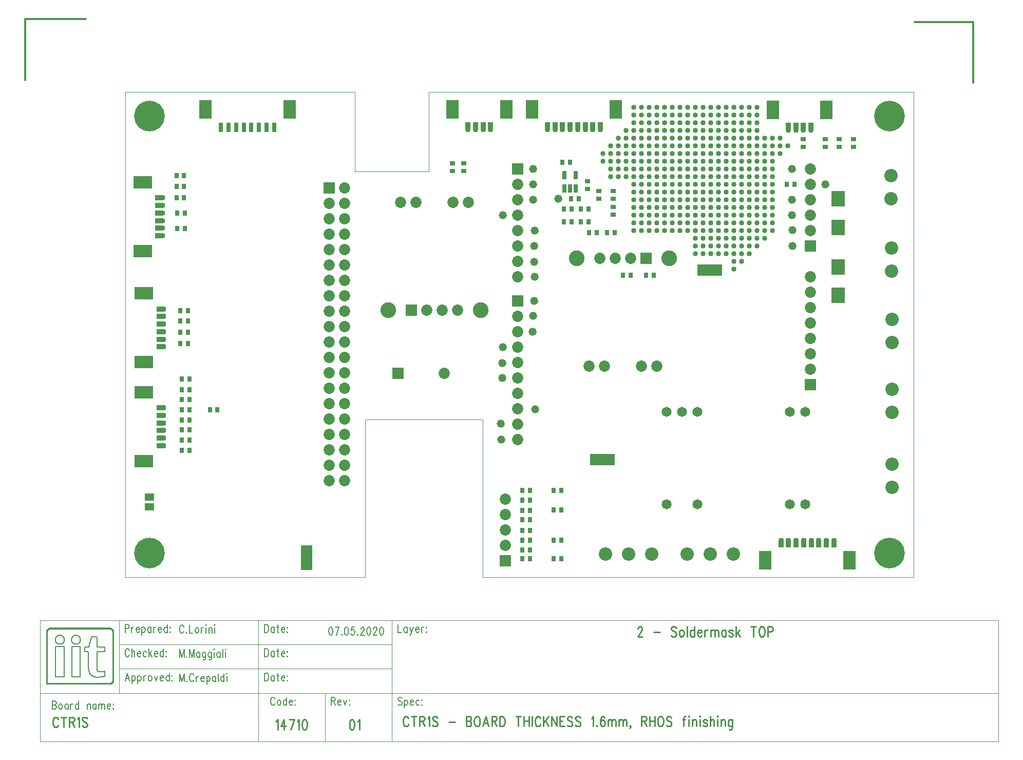
<source format=gbr>
*
*
G04 PADS VX.2.2 Build Number: 9893964 generated Gerber (RS-274-X) file*
G04 PC Version=2.1*
*
%IN "PCB_CTR1S_00.pcb"*%
*
%MOIN*%
*
%FSLAX35Y35*%
*
*
*
*
G04 PC Standard Apertures*
*
*
G04 Thermal Relief Aperture macro.*
%AMTER*
1,1,$1,0,0*
1,0,$1-$2,0,0*
21,0,$3,$4,0,0,45*
21,0,$3,$4,0,0,135*
%
*
*
G04 Annular Aperture macro.*
%AMANN*
1,1,$1,0,0*
1,0,$2,0,0*
%
*
*
G04 Odd Aperture macro.*
%AMODD*
1,1,$1,0,0*
1,0,$1-0.005,0,0*
%
*
*
G04 PC Custom Aperture Macros*
*
*
*
*
*
*
G04 PC Aperture Table*
*
%ADD010C,0.00394*%
%ADD014C,0.00591*%
%ADD016C,0.01*%
%ADD028C,0.001*%
%ADD032C,0.06499*%
%ADD037C,0.01181*%
%ADD052C,0.00787*%
%ADD056C,0.07287*%
%ADD058C,0.052*%
%ADD066R,0.026X0.037*%
%ADD067C,0.00591*%
%ADD068C,0.00591*%
%ADD072C,0.19885*%
%ADD073R,0.07287X0.07287*%
%ADD074C,0.0335*%
%ADD075R,0.037X0.026*%
%ADD076R,0.08783X0.10121*%
%ADD077R,0.05318X0.0335*%
%ADD078R,0.12011X0.08468*%
%ADD079R,0.06499X0.02956*%
%ADD080C,0.087*%
%ADD081R,0.0335X0.05318*%
%ADD082R,0.08468X0.12011*%
%ADD083R,0.02956X0.06499*%
%ADD084R,0.05909X0.04531*%
%ADD085R,0.078X0.162*%
%ADD086R,0.162X0.078*%
%ADD087C,0.102*%
%ADD088R,0.02562X0.052*%
*
*
*
*
G04 PC Circuitry*
G04 Layer Name PCB_CTR1S_00.pcb - circuitry*
%LPD*%
*
*
G04 PC Custom Flashes*
G04 Layer Name PCB_CTR1S_00.pcb - flashes*
%LPD*%
*
*
G04 PC Circuitry*
G04 Layer Name PCB_CTR1S_00.pcb - circuitry*
%LPD*%
*
G54D10*
G01X1749094Y1786941D02*
X1898307D01*
Y1735169*
X1946142*
Y1786941*
X2260906*
Y1471980*
X1981181*
Y1574375*
X1904803Y1574298*
Y1471980*
X1749094*
Y1786941*
X1694016Y1443965D02*
X2316063D01*
Y1365224*
X1694016*
Y1443965*
Y1396720D02*
X1745197D01*
Y1443965*
X1694016*
Y1396720*
X1745197Y1412469D02*
X1835748D01*
Y1428217*
X1745197*
Y1412469*
Y1396720D02*
X1835748D01*
Y1412469*
X1745197*
Y1396720*
X1922362D02*
X2316063D01*
Y1443965*
X1922362*
Y1396720*
Y1365224D02*
X2316063D01*
Y1396720*
X1922362*
Y1365224*
X1835748D02*
X1879055D01*
Y1396720*
X1835748*
Y1365224*
Y1428217D02*
X1922362D01*
Y1443965*
X1835748*
Y1428217*
Y1412469D02*
X1922362D01*
Y1428217*
X1835748*
Y1412469*
Y1396720D02*
X1922362D01*
Y1412469*
X1835748*
Y1396720*
G54D14*
X1749134Y1441258D02*
Y1436091D01*
Y1441258D02*
X1750744D01*
X1751281Y1441012*
X1751460Y1440766*
X1751639Y1440274*
Y1439535*
X1751460Y1439043*
X1751281Y1438797*
X1750744Y1438551*
X1749134*
X1753250Y1439535D02*
Y1436091D01*
Y1438059D02*
X1753429Y1438797D01*
X1753787Y1439289*
X1754145Y1439535*
X1754681*
X1756292Y1438059D02*
X1758440D01*
Y1438551*
X1758261Y1439043*
X1758082Y1439289*
X1757724Y1439535*
X1757187*
X1756829Y1439289*
X1756471Y1438797*
X1756292Y1438059*
Y1437567*
X1756471Y1436829*
X1756829Y1436337*
X1757187Y1436091*
X1757724*
X1758082Y1436337*
X1758440Y1436829*
X1760050Y1439535D02*
Y1434368D01*
Y1438797D02*
X1760408Y1439289D01*
X1760766Y1439535*
X1761303*
X1761661Y1439289*
X1762019Y1438797*
X1762198Y1438059*
Y1437567*
X1762019Y1436829*
X1761661Y1436337*
X1761303Y1436091*
X1760766*
X1760408Y1436337*
X1760050Y1436829*
X1765956Y1439535D02*
Y1436091D01*
Y1438797D02*
X1765598Y1439289D01*
X1765240Y1439535*
X1764703*
X1764345Y1439289*
X1763987Y1438797*
X1763808Y1438059*
Y1437567*
X1763987Y1436829*
X1764345Y1436337*
X1764703Y1436091*
X1765240*
X1765598Y1436337*
X1765956Y1436829*
X1767566Y1439535D02*
Y1436091D01*
Y1438059D02*
X1767745Y1438797D01*
X1768103Y1439289*
X1768461Y1439535*
X1768998*
X1770608Y1438059D02*
X1772756D01*
Y1438551*
X1772577Y1439043*
X1772398Y1439289*
X1772040Y1439535*
X1771503*
X1771145Y1439289*
X1770787Y1438797*
X1770608Y1438059*
Y1437567*
X1770787Y1436829*
X1771145Y1436337*
X1771503Y1436091*
X1772040*
X1772398Y1436337*
X1772756Y1436829*
X1776514Y1441258D02*
Y1436091D01*
Y1438797D02*
X1776156Y1439289D01*
X1775798Y1439535*
X1775261*
X1774903Y1439289*
X1774545Y1438797*
X1774366Y1438059*
Y1437567*
X1774545Y1436829*
X1774903Y1436337*
X1775261Y1436091*
X1775798*
X1776156Y1436337*
X1776514Y1436829*
X1778304Y1439535D02*
X1778125Y1439289D01*
X1778304Y1439043*
X1778482Y1439289*
X1778304Y1439535*
Y1436583D02*
X1778125Y1436337D01*
X1778304Y1436091*
X1778482Y1436337*
X1778304Y1436583*
X1751818Y1424280D02*
X1751639Y1424772D01*
X1751281Y1425264*
X1750923Y1425510*
X1750208*
X1749850Y1425264*
X1749492Y1424772*
X1749313Y1424280*
X1749134Y1423541*
Y1422311*
X1749313Y1421573*
X1749492Y1421081*
X1749850Y1420589*
X1750208Y1420343*
X1750923*
X1751281Y1420589*
X1751639Y1421081*
X1751818Y1421573*
X1753429Y1425510D02*
Y1420343D01*
Y1422803D02*
X1753966Y1423541D01*
X1754324Y1423787*
X1754860*
X1755218Y1423541*
X1755397Y1422803*
Y1420343*
X1757008Y1422311D02*
X1759155D01*
Y1422803*
X1758976Y1423295*
X1758797Y1423541*
X1758440Y1423787*
X1757903*
X1757545Y1423541*
X1757187Y1423049*
X1757008Y1422311*
Y1421819*
X1757187Y1421081*
X1757545Y1420589*
X1757903Y1420343*
X1758440*
X1758797Y1420589*
X1759155Y1421081*
X1762913Y1423049D02*
X1762555Y1423541D01*
X1762198Y1423787*
X1761661*
X1761303Y1423541*
X1760945Y1423049*
X1760766Y1422311*
Y1421819*
X1760945Y1421081*
X1761303Y1420589*
X1761661Y1420343*
X1762198*
X1762555Y1420589*
X1762913Y1421081*
X1764524Y1425510D02*
Y1420343D01*
X1766314Y1423787D02*
X1764524Y1421327D01*
X1765240Y1422311D02*
X1766492Y1420343D01*
X1768103Y1422311D02*
X1770251D01*
Y1422803*
X1770072Y1423295*
X1769893Y1423541*
X1769535Y1423787*
X1768998*
X1768640Y1423541*
X1768282Y1423049*
X1768103Y1422311*
Y1421819*
X1768282Y1421081*
X1768640Y1420589*
X1768998Y1420343*
X1769535*
X1769893Y1420589*
X1770251Y1421081*
X1774009Y1425510D02*
Y1420343D01*
Y1423049D02*
X1773651Y1423541D01*
X1773293Y1423787*
X1772756*
X1772398Y1423541*
X1772040Y1423049*
X1771861Y1422311*
Y1421819*
X1772040Y1421081*
X1772398Y1420589*
X1772756Y1420343*
X1773293*
X1773651Y1420589*
X1774009Y1421081*
X1775798Y1423787D02*
X1775619Y1423541D01*
X1775798Y1423295*
X1775977Y1423541*
X1775798Y1423787*
Y1420835D02*
X1775619Y1420589D01*
X1775798Y1420343*
X1775977Y1420589*
X1775798Y1420835*
X1750565Y1409762D02*
X1749134Y1404594D01*
X1750565Y1409762D02*
X1751997Y1404594D01*
X1749671Y1406317D02*
X1751460D01*
X1753608Y1408039D02*
Y1402872D01*
Y1407301D02*
X1753966Y1407793D01*
X1754324Y1408039*
X1754860*
X1755218Y1407793*
X1755576Y1407301*
X1755755Y1406563*
Y1406071*
X1755576Y1405333*
X1755218Y1404841*
X1754860Y1404594*
X1754324*
X1753966Y1404841*
X1753608Y1405333*
X1757366Y1408039D02*
Y1402872D01*
Y1407301D02*
X1757724Y1407793D01*
X1758082Y1408039*
X1758618*
X1758976Y1407793*
X1759334Y1407301*
X1759513Y1406563*
Y1406071*
X1759334Y1405333*
X1758976Y1404841*
X1758618Y1404594*
X1758082*
X1757724Y1404841*
X1757366Y1405333*
X1761124Y1408039D02*
Y1404594D01*
Y1406563D02*
X1761303Y1407301D01*
X1761661Y1407793*
X1762019Y1408039*
X1762555*
X1765061D02*
X1764703Y1407793D01*
X1764345Y1407301*
X1764166Y1406563*
Y1406071*
X1764345Y1405333*
X1764703Y1404841*
X1765061Y1404594*
X1765598*
X1765956Y1404841*
X1766314Y1405333*
X1766492Y1406071*
Y1406563*
X1766314Y1407301*
X1765956Y1407793*
X1765598Y1408039*
X1765061*
X1768103D02*
X1769177Y1404594D01*
X1770251Y1408039D02*
X1769177Y1404594D01*
X1771861Y1406563D02*
X1774009D01*
Y1407055*
X1773830Y1407547*
X1773651Y1407793*
X1773293Y1408039*
X1772756*
X1772398Y1407793*
X1772040Y1407301*
X1771861Y1406563*
Y1406071*
X1772040Y1405333*
X1772398Y1404841*
X1772756Y1404594*
X1773293*
X1773651Y1404841*
X1774009Y1405333*
X1777767Y1409762D02*
Y1404594D01*
Y1407301D02*
X1777409Y1407793D01*
X1777051Y1408039*
X1776514*
X1776156Y1407793*
X1775798Y1407301*
X1775619Y1406563*
Y1406071*
X1775798Y1405333*
X1776156Y1404841*
X1776514Y1404594*
X1777051*
X1777409Y1404841*
X1777767Y1405333*
X1779556Y1408039D02*
X1779377Y1407793D01*
X1779556Y1407547*
X1779735Y1407793*
X1779556Y1408039*
Y1405087D02*
X1779377Y1404841D01*
X1779556Y1404594*
X1779735Y1404841*
X1779556Y1405087*
X1787251Y1439634D02*
X1787072Y1440126D01*
X1786714Y1440618*
X1786356Y1440864*
X1785641*
X1785283Y1440618*
X1784925Y1440126*
X1784746Y1439634*
X1784567Y1438896*
Y1437665*
X1784746Y1436927*
X1784925Y1436435*
X1785283Y1435943*
X1785641Y1435697*
X1786356*
X1786714Y1435943*
X1787072Y1436435*
X1787251Y1436927*
X1789041Y1436189D02*
X1788862Y1435943D01*
X1789041Y1435697*
X1789220Y1435943*
X1789041Y1436189*
X1790830Y1440864D02*
Y1435697D01*
X1792978*
X1795483Y1439142D02*
X1795125Y1438896D01*
X1794767Y1438404*
X1794588Y1437665*
Y1437173*
X1794767Y1436435*
X1795125Y1435943*
X1795483Y1435697*
X1796020*
X1796378Y1435943*
X1796736Y1436435*
X1796915Y1437173*
Y1437665*
X1796736Y1438404*
X1796378Y1438896*
X1796020Y1439142*
X1795483*
X1798525D02*
Y1435697D01*
Y1437665D02*
X1798704Y1438404D01*
X1799062Y1438896*
X1799420Y1439142*
X1799957*
X1801568Y1440864D02*
X1801747Y1440618D01*
X1801926Y1440864*
X1801747Y1441110*
X1801568Y1440864*
X1801747Y1439142D02*
Y1435697D01*
X1803536Y1439142D02*
Y1435697D01*
Y1438157D02*
X1804073Y1438896D01*
X1804431Y1439142*
X1804968*
X1805326Y1438896*
X1805505Y1438157*
Y1435697*
X1807115Y1440864D02*
X1807294Y1440618D01*
X1807473Y1440864*
X1807294Y1441110*
X1807115Y1440864*
X1807294Y1439142D02*
Y1435697D01*
X1784567Y1425116D02*
Y1419949D01*
Y1425116D02*
X1785999Y1419949D01*
X1787430Y1425116D02*
X1785999Y1419949D01*
X1787430Y1425116D02*
Y1419949D01*
X1789220Y1420441D02*
X1789041Y1420195D01*
X1789220Y1419949*
X1789399Y1420195*
X1789220Y1420441*
X1791009Y1425116D02*
Y1419949D01*
Y1425116D02*
X1792441Y1419949D01*
X1793873Y1425116D02*
X1792441Y1419949D01*
X1793873Y1425116D02*
Y1419949D01*
X1797631Y1423394D02*
Y1419949D01*
Y1422656D02*
X1797273Y1423148D01*
X1796915Y1423394*
X1796378*
X1796020Y1423148*
X1795662Y1422656*
X1795483Y1421917*
Y1421425*
X1795662Y1420687*
X1796020Y1420195*
X1796378Y1419949*
X1796915*
X1797273Y1420195*
X1797631Y1420687*
X1801389Y1423394D02*
Y1419457D01*
X1801210Y1418719*
X1801031Y1418472*
X1800673Y1418226*
X1800136*
X1799778Y1418472*
X1801389Y1422656D02*
X1801031Y1423148D01*
X1800673Y1423394*
X1800136*
X1799778Y1423148*
X1799420Y1422656*
X1799241Y1421917*
Y1421425*
X1799420Y1420687*
X1799778Y1420195*
X1800136Y1419949*
X1800673*
X1801031Y1420195*
X1801389Y1420687*
X1805147Y1423394D02*
Y1419457D01*
X1804968Y1418719*
X1804789Y1418472*
X1804431Y1418226*
X1803894*
X1803536Y1418472*
X1805147Y1422656D02*
X1804789Y1423148D01*
X1804431Y1423394*
X1803894*
X1803536Y1423148*
X1803178Y1422656*
X1802999Y1421917*
Y1421425*
X1803178Y1420687*
X1803536Y1420195*
X1803894Y1419949*
X1804431*
X1804789Y1420195*
X1805147Y1420687*
X1806757Y1425116D02*
X1806936Y1424870D01*
X1807115Y1425116*
X1806936Y1425362*
X1806757Y1425116*
X1806936Y1423394D02*
Y1419949D01*
X1810873Y1423394D02*
Y1419949D01*
Y1422656D02*
X1810515Y1423148D01*
X1810157Y1423394*
X1809621*
X1809263Y1423148*
X1808905Y1422656*
X1808726Y1421917*
Y1421425*
X1808905Y1420687*
X1809263Y1420195*
X1809621Y1419949*
X1810157*
X1810515Y1420195*
X1810873Y1420687*
X1812484Y1425116D02*
Y1419949D01*
X1814094Y1425116D02*
X1814273Y1424870D01*
X1814452Y1425116*
X1814273Y1425362*
X1814094Y1425116*
X1814273Y1423394D02*
Y1419949D01*
X1926299Y1441258D02*
Y1436091D01*
X1928447*
X1932205Y1439535D02*
Y1436091D01*
Y1438797D02*
X1931847Y1439289D01*
X1931489Y1439535*
X1930952*
X1930594Y1439289*
X1930236Y1438797*
X1930057Y1438059*
Y1437567*
X1930236Y1436829*
X1930594Y1436337*
X1930952Y1436091*
X1931489*
X1931847Y1436337*
X1932205Y1436829*
X1933994Y1439535D02*
X1935068Y1436091D01*
X1936142Y1439535D02*
X1935068Y1436091D01*
X1934710Y1435106*
X1934352Y1434614*
X1933994Y1434368*
X1933815*
X1937752Y1438059D02*
X1939900D01*
Y1438551*
X1939721Y1439043*
X1939542Y1439289*
X1939184Y1439535*
X1938647*
X1938289Y1439289*
X1937931Y1438797*
X1937752Y1438059*
Y1437567*
X1937931Y1436829*
X1938289Y1436337*
X1938647Y1436091*
X1939184*
X1939542Y1436337*
X1939900Y1436829*
X1941510Y1439535D02*
Y1436091D01*
Y1438059D02*
X1941689Y1438797D01*
X1942047Y1439289*
X1942405Y1439535*
X1942942*
X1944732D02*
X1944553Y1439289D01*
X1944732Y1439043*
X1944911Y1439289*
X1944732Y1439535*
Y1436583D02*
X1944553Y1436337D01*
X1944732Y1436091*
X1944911Y1436337*
X1944732Y1436583*
X1701929Y1391463D02*
Y1386295D01*
Y1391463D02*
X1703540D01*
X1704077Y1391217*
X1704256Y1390970*
X1704434Y1390478*
X1704434D02*
Y1389986D01*
X1704434D02*
X1704256Y1389494D01*
X1704077Y1389248*
X1703540Y1389002*
X1701929D02*
X1703540D01*
X1704077Y1388756*
X1704256Y1388510*
X1704434Y1388018*
X1704434D02*
Y1387280D01*
X1704434D02*
X1704256Y1386787D01*
X1704077Y1386541*
X1703540Y1386295*
X1701929*
X1706940Y1389740D02*
X1706582Y1389494D01*
X1706224Y1389002*
X1706045Y1388264*
Y1387772*
X1706224Y1387033*
X1706582Y1386541*
X1706940Y1386295*
X1707477*
X1707835Y1386541*
X1708193Y1387033*
X1708372Y1387772*
Y1388264*
X1708193Y1389002*
X1707835Y1389494*
X1707477Y1389740*
X1706940*
X1712130D02*
Y1386295D01*
Y1389002D02*
X1711772Y1389494D01*
X1711414Y1389740*
X1710877*
X1710519Y1389494*
X1710161Y1389002*
X1709982Y1388264*
Y1387772*
X1710161Y1387033*
X1710519Y1386541*
X1710877Y1386295*
X1711414*
X1711772Y1386541*
X1712130Y1387033*
X1713740Y1389740D02*
Y1386295D01*
Y1388264D02*
X1713919Y1389002D01*
X1714277Y1389494*
X1714635Y1389740*
X1715172*
X1718930Y1391463D02*
Y1386295D01*
Y1389002D02*
X1718572Y1389494D01*
X1718214Y1389740*
X1717677*
X1717319Y1389494*
X1716961Y1389002*
X1716782Y1388264*
Y1387772*
X1716961Y1387033*
X1717319Y1386541*
X1717677Y1386295*
X1718214*
X1718572Y1386541*
X1718930Y1387033*
X1724656Y1389740D02*
Y1386295D01*
Y1388756D02*
X1725193Y1389494D01*
X1725551Y1389740*
X1726088*
X1726446Y1389494*
X1726625Y1388756*
Y1386295*
X1730383Y1389740D02*
Y1386295D01*
Y1389002D02*
X1730025Y1389494D01*
X1729667Y1389740*
X1729130*
X1728772Y1389494*
X1728414Y1389002*
X1728236Y1388264*
X1728236D02*
Y1387772D01*
X1728236D02*
X1728414Y1387033D01*
X1728772Y1386541*
X1729130Y1386295*
X1729667*
X1730025Y1386541*
X1730383Y1387033*
X1731994Y1389740D02*
Y1386295D01*
Y1388756D02*
X1732530Y1389494D01*
X1732888Y1389740*
X1733425*
X1733783Y1389494*
X1733962Y1388756*
Y1386295*
Y1388756D02*
X1734499Y1389494D01*
X1734857Y1389740*
X1735394*
X1735752Y1389494*
X1735931Y1388756*
Y1386295*
X1737541Y1388264D02*
X1739689D01*
Y1388756*
X1739510Y1389248*
X1739331Y1389494*
X1738973Y1389740*
X1738436*
X1738078Y1389494*
X1737720Y1389002*
X1737541Y1388264*
Y1387772*
X1737720Y1387033*
X1738078Y1386541*
X1738436Y1386295*
X1738973*
X1739331Y1386541*
X1739689Y1387033*
X1741478Y1389740D02*
X1741299Y1389494D01*
X1741478Y1389248*
X1741657Y1389494*
X1741478Y1389740*
Y1386787D02*
X1741299Y1386541D01*
X1741478Y1386295*
X1741657Y1386541*
X1741478Y1386787*
X1846306Y1392783D02*
X1846127Y1393276D01*
X1845770Y1393768*
X1845412Y1394014*
X1844696*
X1844338Y1393768*
X1843980Y1393276*
X1843801Y1392783*
X1843622Y1392045*
Y1390815*
X1843801Y1390077*
X1843980Y1389585*
X1844338Y1389093*
X1844696Y1388846*
X1845412*
X1845770Y1389093*
X1846127Y1389585*
X1846306Y1390077*
X1848812Y1392291D02*
X1848454Y1392045D01*
X1848096Y1391553*
X1847917Y1390815*
Y1390323*
X1848096Y1389585*
X1848454Y1389093*
X1848812Y1388846*
X1849349*
X1849707Y1389093*
X1850064Y1389585*
X1850243Y1390323*
Y1390815*
X1850064Y1391553*
X1849707Y1392045*
X1849349Y1392291*
X1848812*
X1854001Y1394014D02*
Y1388846D01*
Y1391553D02*
X1853644Y1392045D01*
X1853286Y1392291*
X1852749*
X1852391Y1392045*
X1852033Y1391553*
X1851854Y1390815*
Y1390323*
X1852033Y1389585*
X1852391Y1389093*
X1852749Y1388846*
X1853286*
X1853644Y1389093*
X1854001Y1389585*
X1855612Y1390815D02*
X1857759D01*
Y1391307*
X1857581Y1391799*
X1857402Y1392045*
X1857044Y1392291*
X1856507*
X1856149Y1392045*
X1855791Y1391553*
X1855612Y1390815*
Y1390323*
X1855791Y1389585*
X1856149Y1389093*
X1856507Y1388846*
X1857044*
X1857402Y1389093*
X1857759Y1389585*
X1859549Y1392291D02*
X1859370Y1392045D01*
X1859549Y1391799*
X1859728Y1392045*
X1859549Y1392291*
Y1389339D02*
X1859370Y1389093D01*
X1859549Y1388846*
X1859728Y1389093*
X1859549Y1389339*
X1882992Y1394014D02*
Y1388846D01*
Y1394014D02*
X1884603D01*
X1885140Y1393768*
X1885319Y1393522*
X1885497Y1393030*
Y1392537*
X1885319Y1392045*
X1885140Y1391799*
X1884603Y1391553*
X1882992*
X1884245D02*
X1885497Y1388846D01*
X1887108Y1390815D02*
X1889256D01*
Y1391307*
X1889077Y1391799*
X1888898Y1392045*
X1888540Y1392291*
X1888003*
X1887645Y1392045*
X1887287Y1391553*
X1887108Y1390815*
Y1390323*
X1887287Y1389585*
X1887645Y1389093*
X1888003Y1388846*
X1888540*
X1888898Y1389093*
X1889256Y1389585*
X1890866Y1392291D02*
X1891940Y1388846D01*
X1893014Y1392291D02*
X1891940Y1388846D01*
X1894803Y1392291D02*
X1894624Y1392045D01*
X1894803Y1391799*
X1894982Y1392045*
X1894803Y1392291*
Y1389339D02*
X1894624Y1389093D01*
X1894803Y1388846*
X1894982Y1389093*
X1894803Y1389339*
X1928805Y1393276D02*
X1928447Y1393768D01*
X1927910Y1394014*
X1927194*
X1926657Y1393768*
X1926299Y1393276*
Y1392783*
X1926478Y1392291*
X1926657Y1392045*
X1927015Y1391799*
X1928089Y1391307*
X1928447Y1391061*
X1928626Y1390815*
X1928805Y1390323*
Y1389585*
X1928447Y1389093*
X1927910Y1388846*
X1927194*
X1926657Y1389093*
X1926299Y1389585*
X1930415Y1392291D02*
Y1387124D01*
Y1391553D02*
X1930773Y1392045D01*
X1931131Y1392291*
X1931668*
X1932026Y1392045*
X1932384Y1391553*
X1932563Y1390815*
Y1390323*
X1932384Y1389585*
X1932026Y1389093*
X1931668Y1388846*
X1931131*
X1930773Y1389093*
X1930415Y1389585*
X1934173Y1390815D02*
X1936321D01*
Y1391307*
X1936142Y1391799*
X1935963Y1392045*
X1935605Y1392291*
X1935068*
X1934710Y1392045*
X1934352Y1391553*
X1934173Y1390815*
Y1390323*
X1934352Y1389585*
X1934710Y1389093*
X1935068Y1388846*
X1935605*
X1935963Y1389093*
X1936321Y1389585*
X1940079Y1391553D02*
X1939721Y1392045D01*
X1939363Y1392291*
X1938826*
X1938468Y1392045*
X1938110Y1391553*
X1937931Y1390815*
Y1390323*
X1938110Y1389585*
X1938468Y1389093*
X1938826Y1388846*
X1939363*
X1939721Y1389093*
X1940079Y1389585*
X1941868Y1392291D02*
X1941689Y1392045D01*
X1941868Y1391799*
X1942047Y1392045*
X1941868Y1392291*
Y1389339D02*
X1941689Y1389093D01*
X1941868Y1388846*
X1942047Y1389093*
X1941868Y1389339*
X1839685Y1441258D02*
Y1436091D01*
Y1441258D02*
X1840938D01*
X1841475Y1441012*
X1841832Y1440520*
X1842011Y1440028*
X1842190Y1439289*
Y1438059*
X1842011Y1437321*
X1841832Y1436829*
X1841475Y1436337*
X1840938Y1436091*
X1839685*
X1845948Y1439535D02*
Y1436091D01*
Y1438797D02*
X1845591Y1439289D01*
X1845233Y1439535*
X1844696*
X1844338Y1439289*
X1843980Y1438797*
X1843801Y1438059*
Y1437567*
X1843980Y1436829*
X1844338Y1436337*
X1844696Y1436091*
X1845233*
X1845591Y1436337*
X1845948Y1436829*
X1848096Y1441258D02*
Y1437075D01*
X1848275Y1436337*
X1848633Y1436091*
X1848991*
X1847559Y1439535D02*
X1848812D01*
X1850601Y1438059D02*
X1852749D01*
Y1438551*
X1852570Y1439043*
X1852391Y1439289*
X1852033Y1439535*
X1851496*
X1851138Y1439289*
X1850780Y1438797*
X1850601Y1438059*
Y1437567*
X1850780Y1436829*
X1851138Y1436337*
X1851496Y1436091*
X1852033*
X1852391Y1436337*
X1852749Y1436829*
X1854538Y1439535D02*
X1854359Y1439289D01*
X1854538Y1439043*
X1854717Y1439289*
X1854538Y1439535*
Y1436583D02*
X1854359Y1436337D01*
X1854538Y1436091*
X1854717Y1436337*
X1854538Y1436583*
X1839685Y1425510D02*
Y1420343D01*
Y1425510D02*
X1840938D01*
X1841475Y1425264*
X1841832Y1424772*
X1842011Y1424280*
X1842190Y1423541*
Y1422311*
X1842011Y1421573*
X1841832Y1421081*
X1841475Y1420589*
X1840938Y1420343*
X1839685*
X1845948Y1423787D02*
Y1420343D01*
Y1423049D02*
X1845591Y1423541D01*
X1845233Y1423787*
X1844696*
X1844338Y1423541*
X1843980Y1423049*
X1843801Y1422311*
Y1421819*
X1843980Y1421081*
X1844338Y1420589*
X1844696Y1420343*
X1845233*
X1845591Y1420589*
X1845948Y1421081*
X1848096Y1425510D02*
Y1421327D01*
X1848275Y1420589*
X1848633Y1420343*
X1848991*
X1847559Y1423787D02*
X1848812D01*
X1850601Y1422311D02*
X1852749D01*
Y1422803*
X1852570Y1423295*
X1852391Y1423541*
X1852033Y1423787*
X1851496*
X1851138Y1423541*
X1850780Y1423049*
X1850601Y1422311*
Y1421819*
X1850780Y1421081*
X1851138Y1420589*
X1851496Y1420343*
X1852033*
X1852391Y1420589*
X1852749Y1421081*
X1854538Y1423787D02*
X1854359Y1423541D01*
X1854538Y1423295*
X1854717Y1423541*
X1854538Y1423787*
Y1420835D02*
X1854359Y1420589D01*
X1854538Y1420343*
X1854717Y1420589*
X1854538Y1420835*
X1839685Y1409762D02*
Y1404594D01*
Y1409762D02*
X1840938D01*
X1841475Y1409516*
X1841832Y1409024*
X1842011Y1408532*
X1842011D02*
X1842190Y1407793D01*
Y1406563*
X1842011Y1405825*
X1841832Y1405333*
X1841475Y1404841*
X1840938Y1404594*
X1839685*
X1845948Y1408039D02*
Y1404594D01*
Y1407301D02*
X1845591Y1407793D01*
X1845233Y1408039*
X1844696*
X1844338Y1407793*
X1843980Y1407301*
X1843801Y1406563*
Y1406071*
X1843980Y1405333*
X1844338Y1404841*
X1844696Y1404594*
X1845233*
X1845591Y1404841*
X1845948Y1405333*
X1848096Y1409762D02*
Y1405579D01*
X1848275Y1404841*
X1848633Y1404594*
X1848991*
X1847559Y1408039D02*
X1848812D01*
X1850601Y1406563D02*
X1852749D01*
Y1407055*
X1852570Y1407547*
X1852391Y1407793*
X1852033Y1408039*
X1851496*
X1851138Y1407793*
X1850780Y1407301*
X1850601Y1406563*
Y1406071*
X1850780Y1405333*
X1851138Y1404841*
X1851496Y1404594*
X1852033*
X1852391Y1404841*
X1852749Y1405333*
X1854538Y1408039D02*
X1854359Y1407793D01*
X1854538Y1407547*
X1854717Y1407793*
X1854538Y1408039*
Y1405087D02*
X1854359Y1404841D01*
X1854538Y1404594*
X1854717Y1404841*
X1854538Y1405087*
G54D16*
X2081999Y1438398D02*
Y1438710D01*
X2082226Y1439335*
X2082453Y1439648*
X2082908Y1439960*
X2083817*
X2084272Y1439648*
X2084499Y1439335*
X2084726Y1438710*
Y1438085*
X2084499Y1437460*
X2084044Y1436523*
X2081772Y1433398*
X2084953*
X2092226Y1436210D02*
X2096317D01*
X2106772Y1439023D02*
X2106317Y1439648D01*
X2105635Y1439960*
X2104726*
X2104044Y1439648*
X2103590Y1439023*
Y1438398*
X2103817Y1437773*
X2104044Y1437460*
X2104499Y1437148*
X2105863Y1436523*
X2106317Y1436210*
X2106544Y1435898*
X2106772Y1435273*
Y1434335*
X2106317Y1433710*
X2105635Y1433398*
X2104726*
X2104044Y1433710*
X2103590Y1434335*
X2109953Y1437773D02*
X2109499Y1437460D01*
X2109044Y1436835*
X2108817Y1435898*
Y1435273*
X2109044Y1434335*
X2109499Y1433710*
X2109953Y1433398*
X2110635*
X2111090Y1433710*
X2111544Y1434335*
X2111772Y1435273*
Y1435898*
X2111544Y1436835*
X2111090Y1437460*
X2110635Y1437773*
X2109953*
X2113817Y1439960D02*
Y1433398D01*
X2118590Y1439960D02*
Y1433398D01*
Y1436835D02*
X2118135Y1437460D01*
X2117681Y1437773*
X2116999*
X2116544Y1437460*
X2116090Y1436835*
X2115863Y1435898*
Y1435273*
X2116090Y1434335*
X2116544Y1433710*
X2116999Y1433398*
X2117681*
X2118135Y1433710*
X2118590Y1434335*
X2120635Y1435898D02*
X2123363D01*
Y1436523*
X2123135Y1437148*
X2122908Y1437460*
X2122453Y1437773*
X2121772*
X2121317Y1437460*
X2120863Y1436835*
X2120635Y1435898*
Y1435273*
X2120863Y1434335*
X2121317Y1433710*
X2121772Y1433398*
X2122453*
X2122908Y1433710*
X2123363Y1434335*
X2125408Y1437773D02*
Y1433398D01*
Y1435898D02*
X2125635Y1436835D01*
X2126090Y1437460*
X2126544Y1437773*
X2127226*
X2129272D02*
Y1433398D01*
Y1436523D02*
X2129953Y1437460D01*
X2130408Y1437773*
X2131090*
X2131544Y1437460*
X2131772Y1436523*
Y1433398*
Y1436523D02*
X2132453Y1437460D01*
X2132908Y1437773*
X2133590*
X2134044Y1437460*
X2134272Y1436523*
Y1433398*
X2139044Y1437773D02*
Y1433398D01*
Y1436835D02*
X2138590Y1437460D01*
X2138135Y1437773*
X2137453*
X2136999Y1437460*
X2136544Y1436835*
X2136317Y1435898*
Y1435273*
X2136544Y1434335*
X2136999Y1433710*
X2137453Y1433398*
X2138135*
X2138590Y1433710*
X2139044Y1434335*
X2143590Y1436835D02*
X2143363Y1437460D01*
X2142681Y1437773*
X2141999*
X2141317Y1437460*
X2141090Y1436835*
X2141317Y1436210*
X2141772Y1435898*
X2142908Y1435585*
X2143363Y1435273*
X2143590Y1434648*
Y1434335*
X2143363Y1433710*
X2142681Y1433398*
X2141999*
X2141317Y1433710*
X2141090Y1434335*
X2145635Y1439960D02*
Y1433398D01*
X2147908Y1437773D02*
X2145635Y1434648D01*
X2146544Y1435898D02*
X2148135Y1433398D01*
X2156999Y1439960D02*
Y1433398D01*
X2155408Y1439960D02*
X2158590D01*
X2161999D02*
X2161544Y1439648D01*
X2161090Y1439023*
X2160863Y1438398*
X2160635Y1437460*
Y1435898*
X2160863Y1434960*
X2161090Y1434335*
X2161544Y1433710*
X2161999Y1433398*
X2162908*
X2163363Y1433710*
X2163817Y1434335*
X2164044Y1434960*
X2164272Y1435898*
Y1437460*
X2164044Y1438398*
X2163817Y1439023*
X2163363Y1439648*
X2162908Y1439960*
X2161999*
X2166317D02*
Y1433398D01*
Y1439960D02*
X2168363D01*
X2169044Y1439648*
X2169272Y1439335*
X2169499Y1438710*
Y1437773*
X2169272Y1437148*
X2169044Y1436835*
X2168363Y1436523*
X2166317*
X1933015Y1380130D02*
X1932788Y1380755D01*
X1932334Y1381380*
X1931879Y1381692*
X1930970*
X1930515Y1381380*
X1930061Y1380755*
X1929834Y1380130*
X1929606Y1379192*
Y1377630*
X1929834Y1376692*
X1930061Y1376067*
X1930515Y1375442*
X1930970Y1375130*
X1931879*
X1932334Y1375442*
X1932788Y1376067*
X1933015Y1376692*
X1936652Y1381692D02*
Y1375130D01*
X1935061Y1381692D02*
X1938243D01*
X1940288D02*
Y1375130D01*
Y1381692D02*
X1942334D01*
X1943015Y1381380*
X1943243Y1381067*
X1943470Y1380442*
Y1379817*
X1943243Y1379192*
X1943015Y1378880*
X1942334Y1378567*
X1940288*
X1941879D02*
X1943470Y1375130D01*
X1945515Y1380442D02*
X1945970Y1380755D01*
X1946652Y1381692*
Y1375130*
X1951879Y1380755D02*
X1951424Y1381380D01*
X1950743Y1381692*
X1949834*
X1949152Y1381380*
X1948697Y1380755*
Y1380130*
X1948924Y1379505*
X1949152Y1379192*
X1949606Y1378880*
X1950970Y1378255*
X1951424Y1377942*
X1951652Y1377630*
X1951879Y1377005*
Y1376067*
X1951424Y1375442*
X1950743Y1375130*
X1949834*
X1949152Y1375442*
X1948697Y1376067*
X1959152Y1377942D02*
X1963243D01*
X1970515Y1381692D02*
Y1375130D01*
Y1381692D02*
X1972561D01*
X1973243Y1381380*
X1973470Y1381067*
X1973697Y1380442*
Y1379817*
X1973470Y1379192*
X1973243Y1378880*
X1972561Y1378567*
X1970515D02*
X1972561D01*
X1973243Y1378255*
X1973470Y1377942*
X1973697Y1377317*
Y1376380*
X1973470Y1375755*
X1973243Y1375442*
X1972561Y1375130*
X1970515*
X1977106Y1381692D02*
X1976652Y1381380D01*
X1976197Y1380755*
X1975970Y1380130*
X1975743Y1379192*
Y1377630*
X1975970Y1376692*
X1976197Y1376067*
X1976652Y1375442*
X1977106Y1375130*
X1978015*
X1978470Y1375442*
X1978924Y1376067*
X1979152Y1376692*
X1979379Y1377630*
Y1379192*
X1979152Y1380130*
X1978924Y1380755*
X1978470Y1381380*
X1978015Y1381692*
X1977106*
X1983243D02*
X1981424Y1375130D01*
X1983243Y1381692D02*
X1985061Y1375130D01*
X1982106Y1377317D02*
X1984379D01*
X1987106Y1381692D02*
Y1375130D01*
Y1381692D02*
X1989152D01*
X1989834Y1381380*
X1990061Y1381067*
X1990288Y1380442*
Y1379817*
X1990061Y1379192*
X1989834Y1378880*
X1989152Y1378567*
X1987106*
X1988697D02*
X1990288Y1375130D01*
X1992334Y1381692D02*
Y1375130D01*
Y1381692D02*
X1993924D01*
X1994606Y1381380*
X1995061Y1380755*
X1995288Y1380130*
X1995515Y1379192*
Y1377630*
X1995288Y1376692*
X1995061Y1376067*
X1994606Y1375442*
X1993924Y1375130*
X1992334*
X2004379Y1381692D02*
Y1375130D01*
X2002788Y1381692D02*
X2005970D01*
X2008015D02*
Y1375130D01*
X2011197Y1381692D02*
Y1375130D01*
X2008015Y1378567D02*
X2011197D01*
X2013243Y1381692D02*
Y1375130D01*
X2018697Y1380130D02*
X2018470Y1380755D01*
X2018015Y1381380*
X2017561Y1381692*
X2016652*
X2016197Y1381380*
X2015743Y1380755*
X2015515Y1380130*
X2015288Y1379192*
Y1377630*
X2015515Y1376692*
X2015743Y1376067*
X2016197Y1375442*
X2016652Y1375130*
X2017561*
X2018015Y1375442*
X2018470Y1376067*
X2018697Y1376692*
X2020743Y1381692D02*
Y1375130D01*
X2023924Y1381692D02*
X2020743Y1377317D01*
X2021879Y1378880D02*
X2023924Y1375130D01*
X2025970Y1381692D02*
Y1375130D01*
Y1381692D02*
X2029152Y1375130D01*
Y1381692D02*
Y1375130D01*
X2031197Y1381692D02*
Y1375130D01*
Y1381692D02*
X2034152D01*
X2031197Y1378567D02*
X2033015D01*
X2031197Y1375130D02*
X2034152D01*
X2039379Y1380755D02*
X2038924Y1381380D01*
X2038243Y1381692*
X2037334*
X2036652Y1381380*
X2036197Y1380755*
Y1380130*
X2036424Y1379505*
X2036652Y1379192*
X2037106Y1378880*
X2038470Y1378255*
X2038924Y1377942*
X2039152Y1377630*
X2039379Y1377005*
Y1376067*
X2038924Y1375442*
X2038243Y1375130*
X2037334*
X2036652Y1375442*
X2036197Y1376067*
X2044606Y1380755D02*
X2044152Y1381380D01*
X2043470Y1381692*
X2042561*
X2041879Y1381380*
X2041424Y1380755*
Y1380130*
X2041652Y1379505*
X2041879Y1379192*
X2042334Y1378880*
X2043697Y1378255*
X2044152Y1377942*
X2044379Y1377630*
X2044606Y1377005*
Y1376067*
X2044152Y1375442*
X2043470Y1375130*
X2042561*
X2041879Y1375442*
X2041424Y1376067*
X2051879Y1380442D02*
X2052334Y1380755D01*
X2053015Y1381692*
Y1375130*
X2055288Y1375755D02*
X2055061Y1375442D01*
X2055288Y1375130*
X2055515Y1375442*
X2055288Y1375755*
X2060288Y1380755D02*
X2060061Y1381380D01*
X2059379Y1381692*
X2058924*
X2058243Y1381380*
X2057788Y1380442*
X2057561Y1378880*
Y1377317*
X2057788Y1376067*
X2058243Y1375442*
X2058924Y1375130*
X2059152*
X2059834Y1375442*
X2060288Y1376067*
X2060515Y1377005*
Y1377317*
X2060288Y1378255*
X2059834Y1378880*
X2059152Y1379192*
X2058924*
X2058243Y1378880*
X2057788Y1378255*
X2057561Y1377317*
X2062561Y1379505D02*
Y1375130D01*
Y1378255D02*
X2063243Y1379192D01*
X2063697Y1379505*
X2064379*
X2064834Y1379192*
X2065061Y1378255*
Y1375130*
Y1378255D02*
X2065743Y1379192D01*
X2066197Y1379505*
X2066879*
X2067334Y1379192*
X2067561Y1378255*
Y1375130*
X2069606Y1379505D02*
Y1375130D01*
Y1378255D02*
X2070288Y1379192D01*
X2070743Y1379505*
X2071424*
X2071879Y1379192*
X2072106Y1378255*
Y1375130*
Y1378255D02*
X2072788Y1379192D01*
X2073243Y1379505*
X2073924*
X2074379Y1379192*
X2074606Y1378255*
Y1375130*
X2077106Y1375442D02*
X2076879Y1375130D01*
X2076652Y1375442*
X2076879Y1375755*
X2077106Y1375442*
Y1374817*
X2076879Y1374192*
X2076652Y1373880*
X2084379Y1381692D02*
Y1375130D01*
Y1381692D02*
X2086424D01*
X2087106Y1381380*
X2087334Y1381067*
X2087561Y1380442*
Y1379817*
X2087334Y1379192*
X2087106Y1378880*
X2086424Y1378567*
X2084379*
X2085970D02*
X2087561Y1375130D01*
X2089606Y1381692D02*
Y1375130D01*
X2092788Y1381692D02*
Y1375130D01*
X2089606Y1378567D02*
X2092788D01*
X2096197Y1381692D02*
X2095743Y1381380D01*
X2095288Y1380755*
X2095061Y1380130*
X2094834Y1379192*
Y1377630*
X2095061Y1376692*
X2095288Y1376067*
X2095743Y1375442*
X2096197Y1375130*
X2097106*
X2097561Y1375442*
X2098015Y1376067*
X2098243Y1376692*
X2098470Y1377630*
Y1379192*
X2098243Y1380130*
X2098015Y1380755*
X2097561Y1381380*
X2097106Y1381692*
X2096197*
X2103697Y1380755D02*
X2103243Y1381380D01*
X2102561Y1381692*
X2101652*
X2100970Y1381380*
X2100515Y1380755*
Y1380130*
X2100743Y1379505*
X2100970Y1379192*
X2101424Y1378880*
X2102788Y1378255*
X2103243Y1377942*
X2103470Y1377630*
X2103697Y1377005*
Y1376067*
X2103243Y1375442*
X2102561Y1375130*
X2101652*
X2100970Y1375442*
X2100515Y1376067*
X2112788Y1381692D02*
X2112334D01*
X2111879Y1381380*
X2111652Y1380442*
Y1375130*
X2110970Y1379505D02*
X2112561D01*
X2114834Y1381692D02*
X2115061Y1381380D01*
X2115288Y1381692*
X2115061Y1382005*
X2114834Y1381692*
X2115061Y1379505D02*
Y1375130D01*
X2117334Y1379505D02*
Y1375130D01*
Y1378255D02*
X2118015Y1379192D01*
X2118470Y1379505*
X2119152*
X2119606Y1379192*
X2119834Y1378255*
Y1375130*
X2121879Y1381692D02*
X2122106Y1381380D01*
X2122334Y1381692*
X2122106Y1382005*
X2121879Y1381692*
X2122106Y1379505D02*
Y1375130D01*
X2126879Y1378567D02*
X2126652Y1379192D01*
X2125970Y1379505*
X2125288*
X2124606Y1379192*
X2124379Y1378567*
X2124606Y1377942*
X2125061Y1377630*
X2126197Y1377317*
X2126652Y1377005*
X2126879Y1376380*
Y1376067*
X2126652Y1375442*
X2125970Y1375130*
X2125288*
X2124606Y1375442*
X2124379Y1376067*
X2128924Y1381692D02*
Y1375130D01*
Y1378255D02*
X2129606Y1379192D01*
X2130061Y1379505*
X2130743*
X2131197Y1379192*
X2131424Y1378255*
Y1375130*
X2133470Y1381692D02*
X2133697Y1381380D01*
X2133924Y1381692*
X2133697Y1382005*
X2133470Y1381692*
X2133697Y1379505D02*
Y1375130D01*
X2135970Y1379505D02*
Y1375130D01*
Y1378255D02*
X2136652Y1379192D01*
X2137106Y1379505*
X2137788*
X2138243Y1379192*
X2138470Y1378255*
Y1375130*
X2143243Y1379505D02*
Y1374505D01*
X2143015Y1373567*
X2142788Y1373255*
X2142334Y1372942*
X2141652*
X2141197Y1373255*
X2143243Y1378567D02*
X2142788Y1379192D01*
X2142334Y1379505*
X2141652*
X2141197Y1379192*
X2140743Y1378567*
X2140515Y1377630*
Y1377005*
X2140743Y1376067*
X2141197Y1375442*
X2141652Y1375130*
X2142334*
X2142788Y1375442*
X2143243Y1376067*
X1705653Y1379539D02*
X1705426Y1380164D01*
X1704971Y1380789*
X1704517Y1381102*
X1703608*
X1703153Y1380789*
X1702699Y1380164*
X1702471Y1379539*
X1702244Y1378602*
Y1377039*
X1702471Y1376102*
X1702699Y1375477*
X1703153Y1374852*
X1703608Y1374539*
X1704517*
X1704971Y1374852*
X1705426Y1375477*
X1705653Y1376102*
X1709290Y1381102D02*
Y1374539D01*
X1707699Y1381102D02*
X1710880D01*
X1712926D02*
Y1374539D01*
Y1381102D02*
X1714971D01*
X1715653Y1380789*
X1715880Y1380477*
X1716108Y1379852*
Y1379227*
X1715880Y1378602*
X1715653Y1378289*
X1714971Y1377977*
X1712926*
X1714517D02*
X1716108Y1374539D01*
X1718153Y1379852D02*
X1718608Y1380164D01*
X1719290Y1381102*
Y1374539*
X1724517Y1380164D02*
X1724062Y1380789D01*
X1723380Y1381102*
X1722471*
X1721790Y1380789*
X1721335Y1380164*
Y1379539*
X1721562Y1378914*
X1721790Y1378602*
X1722244Y1378289*
X1723608Y1377664*
X1724062Y1377352*
X1724290Y1377039*
X1724517Y1376414*
Y1375477*
X1724062Y1374852*
X1723380Y1374539*
X1722471*
X1721790Y1374852*
X1721335Y1375477*
X1846969Y1378411D02*
X1847423Y1378723D01*
X1848105Y1379661*
Y1373098*
X1852423Y1379661D02*
X1850150Y1375286D01*
X1853559*
X1852423Y1379661D02*
Y1373098D01*
X1858787Y1379661D02*
X1856514Y1373098D01*
X1855605Y1379661D02*
X1858787D01*
X1860832Y1378411D02*
X1861287Y1378723D01*
X1861969Y1379661*
X1861969D02*
Y1373098D01*
X1865378Y1379661D02*
X1864696Y1379348D01*
X1864241Y1378411*
X1864014Y1376848*
Y1375911*
X1864241Y1374348*
X1864696Y1373411*
X1865378Y1373098*
X1865832*
X1866514Y1373411*
X1866969Y1374348*
X1866969D02*
X1867196Y1375911D01*
Y1376848*
X1866969Y1378411*
X1866969D02*
X1866514Y1379348D01*
X1865832Y1379661*
X1865378*
X1896167D02*
X1895485Y1379348D01*
X1895030Y1378411*
X1894803Y1376848*
Y1375911*
X1895030Y1374348*
X1895485Y1373411*
X1896167Y1373098*
X1896621*
X1897303Y1373411*
X1897758Y1374348*
X1897985Y1375911*
Y1376848*
X1897758Y1378411*
X1897303Y1379348*
X1896621Y1379661*
X1896167*
X1900030Y1378411D02*
X1900485Y1378723D01*
X1901167Y1379661*
Y1373098*
G54D28*
G54D32*
X2190551Y1579146D03*
X2180551D03*
X2120551D03*
X2110551D03*
X2100551D03*
Y1519146D03*
X2120551D03*
X2180551D03*
X2190551D03*
G54D37*
X1684331Y1794618D02*
Y1833988D01*
Y1834382D02*
X1723701D01*
X2261496Y1832413D02*
X2299685D01*
Y1793043*
G54D52*
X1725512Y1426642D02*
X1725557Y1426807D01*
X1725557D02*
X1725603Y1426971D01*
X1725648Y1427136*
X1725694Y1427301*
X1725739Y1427465*
X1725785Y1427630*
X1725831Y1427795*
X1725877Y1427959*
X1725923Y1428124*
X1725969Y1428289*
X1726015Y1428453*
X1726061Y1428618*
X1726107Y1428782*
X1726153Y1428947*
X1726199Y1429112*
X1726199D02*
X1726245Y1429276D01*
X1726291Y1429441*
X1726337Y1429605*
X1726383Y1429770*
X1726429Y1429934*
X1726475Y1430099*
X1726521Y1430264*
X1726566Y1430428*
X1726612Y1430593*
X1726658Y1430758*
X1726704Y1430922*
X1726704D02*
X1726749Y1431087D01*
X1726794Y1431252*
X1726840Y1431417*
X1726885Y1431582*
X1726930Y1431746*
X1726975Y1431911*
X1727020Y1432076*
X1727065Y1432241*
X1727109Y1432406*
X1727154Y1432571*
X1727198Y1432736*
X1727242Y1432901*
X1727286Y1433067*
X1722958Y1426509D02*
X1723022Y1426511D01*
X1723086Y1426514*
X1723150Y1426517*
X1723214Y1426519*
X1723278Y1426522*
X1723341Y1426525*
X1723405Y1426528*
X1723469Y1426531*
X1723533Y1426534*
X1723597Y1426537*
X1723661Y1426540*
X1723724Y1426543*
X1723788Y1426546*
X1723852Y1426549*
X1723916Y1426553*
X1723980Y1426556*
X1724044Y1426559*
X1724107Y1426563*
X1724171Y1426566*
X1724235Y1426569*
X1724299Y1426573*
X1724363Y1426576*
X1724427Y1426580*
X1724490Y1426583*
X1724554Y1426587*
X1724618Y1426591*
X1724682Y1426594*
X1724746Y1426598*
X1724810Y1426601*
X1724873Y1426605*
X1724937Y1426609*
X1725001Y1426612*
X1725065Y1426616*
X1725129Y1426620*
X1725193Y1426623*
X1725256Y1426627*
X1725320Y1426631*
X1725384Y1426634*
X1725448Y1426638*
X1725317Y1423635D02*
X1725258D01*
X1725199*
X1725140*
X1725081*
X1725022*
X1724963Y1423636*
X1724904*
X1724845*
X1724786*
X1724727*
X1724668*
X1724609*
X1724550*
X1724491*
X1724432*
X1724373*
X1724314Y1423635*
X1724255*
X1724196*
X1724137*
X1724078*
X1724019*
X1723960*
X1723901*
X1723842*
X1723783*
X1723724*
X1723665*
X1723606*
X1723548*
X1723489*
X1723430*
X1723371*
X1723312*
X1723253*
X1723194*
X1723135*
X1723076*
X1723017Y1423636*
X1726038Y1410075D02*
X1725998Y1410161D01*
X1725959Y1410248*
X1725922Y1410335*
X1725885Y1410422*
X1725851Y1410510*
X1725817Y1410598*
X1725785Y1410687*
X1725754Y1410776*
X1725724Y1410866*
X1725696Y1410956*
X1725668Y1411046*
X1725642Y1411137*
X1725617Y1411228*
X1725594Y1411319*
X1725571Y1411411*
X1725549Y1411503*
X1725529Y1411595*
X1725509Y1411688*
X1725491Y1411780*
X1725474Y1411873*
X1725457Y1411967*
X1725457D02*
X1725442Y1412060D01*
X1725428Y1412153*
X1725414Y1412247*
X1725402Y1412341*
X1725390Y1412435*
X1725380Y1412529*
X1725370Y1412623*
X1725361Y1412717*
X1725353Y1412812*
X1725346Y1412906*
X1725339Y1413001*
X1725334Y1413095*
X1725329Y1413189*
X1725325Y1413284*
X1725322Y1413378*
X1725319Y1413473*
X1725317Y1413567*
X1725316Y1413661*
X1729065Y1407379D02*
X1728966Y1407412D01*
X1728867Y1407447*
X1728770Y1407485*
X1728674Y1407524*
X1728578Y1407566*
X1728484Y1407609*
X1728390Y1407655*
X1728298Y1407703*
X1728206Y1407752*
X1728116Y1407804*
X1728026Y1407857*
X1727938Y1407912*
X1727851Y1407969*
X1727765Y1408028*
X1727680Y1408089*
X1727597Y1408151*
X1727515Y1408215*
X1727434Y1408280*
X1727354Y1408348*
X1727276Y1408416*
X1727199Y1408487*
X1727124Y1408559*
X1727050Y1408632*
X1726977Y1408707*
X1726906Y1408783*
X1726836Y1408861*
X1726768Y1408940*
X1726702Y1409020*
X1726637Y1409101*
X1726574Y1409184*
X1726512Y1409268*
X1726453Y1409354*
X1726394Y1409440*
X1726338Y1409528*
X1726283Y1409616*
X1726231Y1409706*
X1726180Y1409797*
X1726130Y1409889*
X1726083Y1409982*
X1732359Y1407105D02*
X1732277Y1407101D01*
X1732194Y1407097*
X1732111Y1407093*
X1732028Y1407089*
X1731945Y1407086*
X1731862Y1407082*
X1731779Y1407079*
X1731695Y1407076*
X1731612Y1407073*
X1731528Y1407071*
X1731445Y1407069*
X1731361Y1407068*
X1731278Y1407067*
X1731194Y1407066*
X1731111Y1407067*
X1731028*
X1730944Y1407069*
X1730861Y1407071*
X1730778Y1407074*
X1730694Y1407077*
X1730611Y1407082*
X1730528Y1407087*
X1730445Y1407093*
X1730363Y1407100*
X1730280Y1407109*
X1730197Y1407118*
X1730115Y1407128*
X1730033Y1407139*
X1729951Y1407152*
X1729869Y1407166*
X1729788Y1407181*
X1729706Y1407197*
X1729625Y1407214*
X1729544Y1407233*
X1729464Y1407254*
X1729383Y1407276*
X1729303Y1407299*
X1729223Y1407324*
X1729144Y1407350*
X1735835Y1407761D02*
X1735752Y1407728D01*
X1735669Y1407697*
X1735585Y1407667*
X1735501Y1407638*
X1735417Y1407610*
X1735333Y1407583*
X1735248Y1407557*
X1735163Y1407532*
X1735077Y1407508*
X1734992Y1407485*
X1734906Y1407463*
X1734820Y1407442*
X1734734Y1407421*
X1734647Y1407402*
X1734560Y1407383*
X1734473Y1407365*
X1734386Y1407348*
X1734299Y1407331*
X1734212Y1407315*
X1734124Y1407300*
X1734037Y1407286*
X1733949Y1407272*
X1733861Y1407259*
X1733773Y1407246*
X1733685Y1407234*
X1733597Y1407223*
X1733508Y1407212*
X1733420Y1407201*
X1733332Y1407191*
X1733243Y1407182*
X1733155Y1407173*
X1733066Y1407164*
X1732978Y1407155*
X1732890Y1407147*
X1732801Y1407140*
X1732713Y1407132*
X1732624Y1407125*
X1732536Y1407118*
X1732448Y1407111*
X1735839Y1410909D02*
X1735838Y1410830D01*
Y1410752*
X1735838D02*
Y1410673D01*
Y1410594*
Y1410515*
Y1410437*
Y1410358*
Y1410279*
Y1410201*
Y1410122*
Y1410043*
Y1409964*
Y1409886*
Y1409807*
Y1409728*
Y1409650*
Y1409571*
Y1409492*
Y1409413*
Y1409335*
Y1409256*
Y1409177*
Y1409099*
Y1409020*
Y1408941*
Y1408862*
Y1408784*
Y1408705*
Y1408626*
Y1408548*
Y1408469*
X1735837Y1408390*
Y1408312*
Y1408233*
Y1408154*
Y1408075*
X1735836Y1407997*
Y1407918*
Y1407839*
X1733558Y1410515D02*
X1733616Y1410516D01*
X1733674Y1410517*
X1733732Y1410519*
X1733790Y1410521*
X1733848Y1410524*
X1733906Y1410528*
X1733964Y1410532*
X1734022Y1410537*
X1734080Y1410542*
X1734137Y1410548*
X1734195Y1410554*
X1734253Y1410561*
X1734310Y1410569*
X1734368Y1410577*
X1734425Y1410585*
X1734482Y1410594*
X1734539Y1410604*
X1734597Y1410613*
X1734654Y1410624*
X1734711Y1410634*
X1734768Y1410645*
X1734825Y1410657*
X1734882Y1410668*
X1734938Y1410681*
X1734995Y1410693*
X1735052Y1410706*
X1735108Y1410719*
X1735165Y1410732*
X1735221Y1410746*
X1735278Y1410760*
X1735334Y1410774*
X1735390Y1410788*
X1735447Y1410803*
X1735503Y1410817*
X1735559Y1410832*
X1735615Y1410847*
X1735671Y1410863*
X1735727Y1410878*
X1735783Y1410893*
X1731640Y1410919D02*
X1731681Y1410889D01*
X1731723Y1410861*
X1731766Y1410834*
X1731809Y1410809*
X1731852Y1410785*
X1731897Y1410762*
X1731941Y1410741*
X1731987Y1410721*
X1732032Y1410702*
X1732079Y1410684*
X1732125Y1410668*
X1732172Y1410652*
X1732220Y1410638*
X1732268Y1410624*
X1732316Y1410612*
X1732364Y1410601*
X1732413Y1410590*
X1732462Y1410580*
X1732511Y1410572*
X1732560Y1410564*
X1732610Y1410556*
X1732660Y1410550*
X1732710Y1410544*
X1732760Y1410539*
X1732810Y1410534*
X1732860Y1410531*
X1732910Y1410527*
X1732961Y1410524*
X1733011Y1410522*
X1733061Y1410520*
X1733112Y1410518*
X1733162Y1410517*
X1733212Y1410516*
X1733262Y1410515*
X1733312*
X1733361*
X1733411*
X1733460*
X1733509*
X1731047Y1411761D02*
X1731056Y1411737D01*
X1731066Y1411713*
X1731075Y1411688*
X1731085Y1411664*
X1731095Y1411640*
X1731106Y1411616*
X1731116Y1411592*
X1731127Y1411568*
X1731138Y1411545*
X1731149Y1411521*
X1731161Y1411497*
X1731173Y1411474*
X1731185Y1411451*
X1731198Y1411427*
X1731210Y1411405*
X1731224Y1411382*
X1731237Y1411359*
X1731251Y1411337*
X1731265Y1411315*
X1731279Y1411293*
X1731294Y1411271*
X1731309Y1411249*
X1731309D02*
X1731324Y1411228D01*
X1731339Y1411207*
X1731355Y1411187*
X1731372Y1411166*
X1731388Y1411146*
X1731405Y1411126*
X1731423Y1411107*
X1731441Y1411088*
X1731459Y1411069*
X1731477Y1411051*
X1731496Y1411033*
X1731516Y1411015*
X1731535Y1410998*
X1731555Y1410981*
X1731576Y1410965*
X1731597Y1410949*
X1731618Y1410934*
X1730796Y1413595D02*
X1730795Y1413549D01*
Y1413502*
Y1413456*
Y1413409*
X1730796Y1413363*
X1730797Y1413316*
X1730798Y1413270*
X1730799Y1413223*
X1730801Y1413177*
X1730803Y1413130*
X1730806Y1413084*
X1730809Y1413037*
X1730812Y1412991*
X1730815Y1412945*
X1730819Y1412898*
X1730823Y1412852*
X1730828Y1412806*
X1730833Y1412759*
X1730838Y1412713*
X1730844Y1412667*
X1730850Y1412621*
X1730856Y1412575*
X1730863Y1412529*
X1730871Y1412483*
X1730878Y1412437*
X1730886Y1412391*
X1730895Y1412346*
X1730904Y1412300*
X1730913Y1412254*
X1730923Y1412209*
X1730933Y1412164*
X1730944Y1412119*
X1730955Y1412073*
X1730967Y1412028*
X1730979Y1411984*
X1730992Y1411939*
X1731005Y1411894*
X1731018Y1411850*
X1731032Y1411805*
X1735997Y1423596D02*
X1735867D01*
X1735737Y1423595*
X1735607*
X1735477*
X1735347*
X1735217*
X1735087*
X1734957*
X1734827*
X1734697*
X1734567*
X1734437*
X1734307*
X1734177*
X1734047*
X1733917*
X1733787*
X1733657*
X1733527*
X1733397*
X1733267Y1423596*
X1733137*
X1733008*
X1732878*
X1732748*
X1732618*
X1732488*
X1732358*
X1732228*
X1732098*
X1731968*
X1731838*
X1731708*
X1731578*
X1731448*
X1731318Y1423595*
X1731188*
X1731058*
X1730928*
X1730798Y1426676D02*
X1730928D01*
X1731058*
X1731188Y1426675*
X1731318*
X1731448*
X1731578*
X1731708*
X1731837*
X1731967*
X1732097*
X1732227*
X1732357*
X1732487*
X1732617*
X1732747*
X1732877*
X1733007*
X1733137*
X1733267*
X1733397*
X1733527*
X1733657*
X1733787Y1426676*
X1733917*
X1734047*
X1734177*
X1734307*
X1734437*
X1734567*
X1734697*
X1734827*
X1734957*
X1735087*
X1735217*
X1735347Y1426675*
X1735477*
X1735607*
X1735737*
X1735867*
X1727330Y1433232D02*
X1727416D01*
X1727503Y1433233*
X1727590*
X1727676Y1433234*
X1727763*
X1727850Y1433235*
X1727936*
X1728023*
X1728110*
X1728197Y1433236*
X1728283*
X1728370*
X1728457*
X1728543*
X1728630*
X1728717*
X1728803*
X1728890*
X1728977*
X1729063*
X1729150*
X1729237*
X1729323*
X1729410*
X1729497*
X1729583*
X1729670*
X1729757*
X1729843*
X1729930*
X1730017Y1433235*
X1730103*
X1730190*
X1730277*
X1730364*
X1730450*
X1730537*
X1730624*
X1730710*
X1714316Y1431395D02*
X1714310Y1431500D01*
X1714309Y1431605*
X1714312Y1431709*
X1714320Y1431814*
X1714332Y1431917*
X1714348Y1432020*
X1714368Y1432122*
X1714393Y1432222*
X1714421Y1432322*
X1714453Y1432421*
X1714489Y1432518*
X1714529Y1432614*
X1714572Y1432709*
X1714618Y1432802*
X1714668Y1432894*
X1714721Y1432983*
X1714778Y1433071*
X1714837Y1433157*
X1714900Y1433240*
X1714965Y1433322*
X1715033Y1433401*
X1715104Y1433478*
X1715178Y1433552*
X1715254Y1433624*
X1715332Y1433693*
X1715413Y1433759*
X1715496Y1433822*
X1715581Y1433883*
X1715668Y1433940*
X1715757Y1433994*
X1715848Y1434044*
X1715941Y1434092*
X1716035Y1434135*
X1716131Y1434175*
X1716229Y1434212*
X1716327Y1434244*
X1716428Y1434273*
X1716529Y1434297*
X1716631Y1434318*
X1714882Y1429679D02*
X1714853Y1429716D01*
X1714825Y1429752*
X1714798Y1429789*
X1714771Y1429827*
X1714745Y1429865*
X1714720Y1429904*
X1714696Y1429943*
X1714673Y1429983*
X1714650Y1430023*
X1714628Y1430063*
X1714607Y1430104*
X1714587Y1430145*
X1714567Y1430187*
X1714548Y1430229*
X1714530Y1430271*
X1714513Y1430314*
X1714497Y1430357*
X1714481Y1430400*
X1714466Y1430443*
X1714452Y1430487*
X1714438Y1430531*
X1714425Y1430575*
X1714413Y1430620*
X1714402Y1430664*
X1714391Y1430709*
X1714381Y1430754*
X1714372Y1430799*
X1714364Y1430845*
X1714356Y1430890*
X1714349Y1430936*
X1714342Y1430982*
X1714342D02*
X1714337Y1431027D01*
X1714332Y1431073*
X1714328Y1431119*
X1714324Y1431165*
X1714321Y1431211*
X1714319Y1431257*
X1714317Y1431303*
X1714316Y1431349*
X1716479Y1428601D02*
X1716430Y1428612D01*
X1716383Y1428624*
X1716335Y1428637*
X1716288Y1428651*
X1716241Y1428666*
X1716195Y1428682*
X1716149Y1428699*
X1716103Y1428717*
X1716058Y1428735*
X1716013Y1428755*
X1715969Y1428776*
X1715925Y1428798*
X1715881Y1428820*
X1715838Y1428844*
X1715795Y1428868*
X1715753Y1428893*
X1715711Y1428918*
X1715670Y1428945*
X1715629Y1428972*
X1715588Y1429000*
X1715548Y1429029*
X1715509Y1429058*
X1715470Y1429088*
X1715431Y1429119*
X1715393Y1429150*
X1715355Y1429182*
X1715318Y1429214*
X1715281Y1429247*
X1715245Y1429281*
X1715210Y1429315*
X1715175Y1429350*
X1715140Y1429385*
X1715106Y1429420*
X1715072Y1429456*
X1715039Y1429492*
X1715007Y1429529*
X1714975Y1429566*
X1714943Y1429604*
X1714912Y1429641*
X1718225Y1428688D02*
X1718183Y1428674D01*
X1718141Y1428661*
X1718099Y1428648*
X1718056Y1428635*
X1718014Y1428624*
X1717971Y1428612*
X1717928Y1428601*
X1717884Y1428591*
X1717841Y1428581*
X1717798Y1428572*
X1717754Y1428564*
X1717710Y1428556*
X1717666Y1428548*
X1717622Y1428541*
X1717578Y1428535*
X1717534Y1428530*
X1717490Y1428525*
X1717446Y1428520*
X1717402Y1428517*
X1717357Y1428514*
X1717313Y1428511*
X1717269Y1428509*
X1717269D02*
X1717224Y1428508D01*
X1717180*
X1717135*
X1717091Y1428509*
X1717047Y1428511*
X1717002Y1428513*
X1716958Y1428517*
X1716914Y1428520*
X1716870Y1428525*
X1716826Y1428530*
X1716782Y1428537*
X1716782D02*
X1716738Y1428543D01*
X1716695Y1428551*
X1716651Y1428559*
X1716608Y1428569*
X1716565Y1428579*
X1716522Y1428589*
X1720081Y1431596D02*
X1720089Y1431503D01*
X1720093Y1431409*
X1720095Y1431316*
X1720092Y1431223*
X1720087Y1431131*
X1720078Y1431039*
X1720066Y1430947*
X1720051Y1430856*
X1720032Y1430765*
X1720011Y1430675*
X1719986Y1430586*
X1719959Y1430498*
X1719929Y1430411*
X1719896Y1430325*
X1719860Y1430239*
X1719821Y1430156*
X1719780Y1430073*
X1719736Y1429991*
X1719689Y1429911*
X1719640Y1429833*
X1719589Y1429756*
X1719535Y1429680*
X1719479Y1429607*
X1719421Y1429535*
X1719360Y1429465*
X1719298Y1429396*
X1719233Y1429330*
X1719166Y1429266*
X1719097Y1429204*
X1719026Y1429145*
X1718954Y1429087*
X1718879Y1429032*
X1718803Y1428980*
X1718725Y1428930*
X1718646Y1428883*
X1718564Y1428838*
X1718482Y1428796*
X1718398Y1428757*
X1718312Y1428721*
X1718122Y1434241D02*
X1718204Y1434211D01*
X1718286Y1434180*
X1718366Y1434145*
X1718445Y1434109*
X1718524Y1434069*
X1718601Y1434028*
X1718677Y1433984*
X1718751Y1433937*
X1718825Y1433889*
X1718897Y1433838*
X1718967Y1433785*
X1719036Y1433730*
X1719103Y1433674*
X1719169Y1433615*
X1719233Y1433554*
X1719295Y1433492*
X1719355Y1433427*
X1719413Y1433362*
X1719469Y1433294*
X1719524Y1433225*
X1719576Y1433154*
X1719626Y1433082*
X1719673Y1433008*
X1719719Y1432933*
X1719762Y1432857*
X1719802Y1432780*
X1719841Y1432701*
X1719876Y1432621*
X1719909Y1432540*
X1719939Y1432458*
X1719967Y1432375*
X1719992Y1432292*
X1720013Y1432207*
X1720032Y1432122*
X1720048Y1432036*
X1720061Y1431949*
X1720071Y1431861*
X1720077Y1431773*
X1720081Y1431685*
X1716735Y1434334D02*
X1716769Y1434337D01*
X1716804Y1434340*
X1716839Y1434342*
X1716874Y1434345*
X1716909Y1434348*
X1716944Y1434350*
X1716979Y1434352*
X1717014Y1434354*
X1717049Y1434356*
X1717084Y1434358*
X1717119Y1434359*
X1717154Y1434360*
X1717189Y1434361*
X1717224Y1434362*
X1717259*
X1717294*
X1717329*
X1717364*
X1717399Y1434361*
X1717435Y1434360*
X1717469Y1434358*
X1717504Y1434356*
X1717539Y1434354*
X1717574Y1434351*
X1717609Y1434348*
X1717644Y1434344*
X1717679Y1434340*
X1717713Y1434336*
X1717748Y1434331*
X1717782Y1434325*
X1717817Y1434319*
X1717851Y1434313*
X1717885Y1434306*
X1717919Y1434298*
X1717953Y1434290*
X1717987Y1434281*
X1718021Y1434272*
X1718055Y1434262*
X1718088Y1434252*
X1704158Y1432755D02*
X1704190Y1432816D01*
X1704223Y1432876*
X1704257Y1432936*
X1704293Y1432995*
X1704331Y1433053*
X1704369Y1433110*
X1704409Y1433166*
X1704450Y1433222*
X1704493Y1433277*
X1704536Y1433330*
X1704581Y1433383*
X1704627Y1433434*
X1704675Y1433485*
X1704723Y1433534*
X1704773Y1433583*
X1704823Y1433630*
X1704875Y1433676*
X1704928Y1433721*
X1704981Y1433764*
X1705036Y1433807*
X1705092Y1433848*
X1705148Y1433887*
X1705206Y1433925*
X1705264Y1433962*
X1705323Y1433998*
X1705383Y1434032*
X1705444Y1434064*
X1705505Y1434095*
X1705568Y1434124*
X1705631Y1434152*
X1705694Y1434178*
X1705759Y1434203*
X1705824Y1434225*
X1705889Y1434246*
X1705956Y1434266*
X1706022Y1434283*
X1706090Y1434299*
X1706158Y1434312*
X1706226Y1434324*
X1704805Y1429283D02*
X1704735Y1429347D01*
X1704667Y1429414*
X1704602Y1429483*
X1704539Y1429554*
X1704479Y1429627*
X1704422Y1429702*
X1704368Y1429779*
X1704317Y1429858*
X1704268Y1429939*
X1704222Y1430021*
X1704179Y1430104*
X1704138Y1430189*
X1704101Y1430276*
X1704066Y1430364*
X1704034Y1430452*
X1704004Y1430542*
X1703978Y1430633*
X1703954Y1430724*
X1703933Y1430817*
X1703915Y1430910*
X1703900Y1431003*
X1703888Y1431097*
X1703878Y1431191*
X1703872Y1431286*
X1703868Y1431381*
X1703867Y1431475*
X1703869Y1431570*
X1703874Y1431665*
X1703881Y1431759*
X1703892Y1431853*
X1703905Y1431947*
X1703922Y1432040*
X1703941Y1432133*
X1703963Y1432224*
X1703988Y1432315*
X1704016Y1432406*
X1704047Y1432495*
X1704081Y1432583*
X1704118Y1432669*
X1708039Y1428791D02*
X1707960Y1428755D01*
X1707880Y1428721*
X1707799Y1428690*
X1707717Y1428661*
X1707634Y1428635*
X1707551Y1428611*
X1707467Y1428590*
X1707382Y1428571*
X1707296Y1428554*
X1707211Y1428541*
X1707124Y1428529*
X1707038Y1428520*
X1706951Y1428514*
X1706864Y1428510*
X1706777Y1428509*
X1706690Y1428510*
X1706603Y1428514*
X1706517Y1428520*
X1706430Y1428528*
X1706344Y1428539*
X1706258Y1428553*
X1706173Y1428569*
X1706088Y1428588*
X1706004Y1428609*
X1705921Y1428632*
X1705838Y1428658*
X1705756Y1428687*
X1705675Y1428718*
X1705596Y1428751*
X1705517Y1428787*
X1705439Y1428826*
X1705363Y1428866*
X1705288Y1428910*
X1705214Y1428956*
X1705142Y1429004*
X1705071Y1429055*
X1705002Y1429108*
X1704935Y1429164*
X1704869Y1429223*
X1709159Y1429755D02*
X1709136Y1429725D01*
X1709114Y1429695*
X1709091Y1429665*
X1709068Y1429636*
X1709045Y1429607*
X1709021Y1429578*
X1708998Y1429549*
X1708973Y1429521*
X1708949Y1429493*
X1708924Y1429465*
X1708899Y1429437*
X1708873Y1429410*
X1708848Y1429383*
X1708822Y1429356*
X1708795Y1429329*
X1708769Y1429303*
X1708742Y1429277*
X1708715Y1429252*
X1708687Y1429226*
X1708659Y1429202*
X1708631Y1429177*
X1708603Y1429153*
X1708574Y1429129*
X1708545Y1429106*
X1708516Y1429083*
X1708486Y1429060*
X1708456Y1429038*
X1708426Y1429016*
X1708395Y1428995*
X1708364Y1428974*
X1708333Y1428954*
X1708302Y1428934*
X1708270Y1428914*
X1708238Y1428895*
X1708206Y1428877*
X1708206D02*
X1708173Y1428858D01*
X1708140Y1428841*
X1708107Y1428824*
X1708073Y1428807*
X1709604Y1432041D02*
X1709615Y1431983D01*
X1709625Y1431924*
X1709634Y1431865*
X1709642Y1431806*
X1709649Y1431746*
X1709654Y1431687*
X1709658Y1431627*
X1709662Y1431567*
X1709664Y1431507*
X1709665Y1431447*
X1709664Y1431388*
X1709663Y1431328*
X1709661Y1431268*
X1709657Y1431208*
X1709652Y1431148*
X1709646Y1431089*
X1709639Y1431029*
X1709631Y1430970*
X1709621Y1430911*
X1709611Y1430852*
X1709599Y1430793*
X1709586Y1430735*
X1709572Y1430676*
X1709557Y1430619*
X1709541Y1430561*
X1709524Y1430504*
X1709505Y1430447*
X1709485Y1430391*
X1709464Y1430335*
X1709442Y1430279*
X1709419Y1430224*
X1709395Y1430170*
X1709369Y1430116*
X1709343Y1430062*
X1709315Y1430009*
X1709286Y1429957*
X1709256Y1429905*
X1709225Y1429854*
X1709192Y1429804*
X1708158Y1434034D02*
X1708212Y1434002D01*
X1708266Y1433968*
X1708318Y1433933*
X1708371Y1433898*
X1708423Y1433861*
X1708474Y1433823*
X1708524Y1433784*
X1708574Y1433745*
X1708623Y1433704*
X1708672Y1433662*
X1708719Y1433620*
X1708766Y1433576*
X1708812Y1433532*
X1708857Y1433487*
X1708901Y1433440*
X1708944Y1433393*
X1708987Y1433345*
X1709028Y1433297*
X1709068Y1433247*
X1709107Y1433197*
X1709145Y1433145*
X1709182Y1433093*
X1709217Y1433041*
X1709251Y1432987*
X1709284Y1432933*
X1709316Y1432878*
X1709346Y1432822*
X1709376Y1432766*
X1709403Y1432709*
X1709429Y1432651*
X1709454Y1432593*
X1709477Y1432534*
X1709499Y1432474*
X1709519Y1432414*
X1709537Y1432354*
X1709554Y1432292*
X1709569Y1432230*
X1709583Y1432168*
X1709594Y1432105*
X1706295Y1434334D02*
X1706342Y1434339D01*
X1706390Y1434344*
X1706437Y1434348*
X1706485Y1434352*
X1706533Y1434355*
X1706581Y1434358*
X1706629Y1434360*
X1706677Y1434362*
X1706725Y1434363*
X1706774*
X1706822*
X1706870Y1434362*
X1706918Y1434361*
X1706966Y1434359*
X1707014Y1434356*
X1707062Y1434353*
X1707110Y1434349*
X1707158Y1434344*
X1707206Y1434339*
X1707253Y1434333*
X1707301Y1434326*
X1707348Y1434318*
X1707395Y1434310*
X1707442Y1434301*
X1707489Y1434291*
X1707535Y1434280*
X1707582Y1434268*
X1707628Y1434256*
X1707674Y1434242*
X1707719Y1434228*
X1707765Y1434213*
X1707810Y1434197*
X1707854Y1434180*
X1707899Y1434162*
X1707943Y1434143*
X1707987Y1434123*
X1708030Y1434102*
X1708073Y1434081*
X1708116Y1434058*
X1698715Y1435675D02*
X1698716Y1435712D01*
X1698716D02*
Y1435748D01*
X1698717Y1435784*
Y1435820*
Y1435857*
X1698716Y1435893*
Y1435930*
X1698715Y1435966*
Y1436003*
X1698714Y1436039*
X1698713Y1436076*
Y1436113*
X1698712Y1436149*
X1698711Y1436186*
Y1436223*
Y1436259*
Y1436296*
Y1436332*
Y1436369*
X1698712Y1436405*
X1698713Y1436442*
X1698714Y1436478*
X1698715Y1436515*
X1698717Y1436551*
X1698720Y1436587*
X1698723Y1436624*
X1698726Y1436660*
X1698730Y1436696*
X1698734Y1436732*
X1698739Y1436768*
X1698745Y1436804*
X1698751Y1436839*
X1698758Y1436875*
X1698766Y1436910*
X1698775Y1436946*
X1698784Y1436981*
X1698794Y1437016*
X1698805Y1437051*
X1698817Y1437086*
X1741155Y1404754D02*
X1741147Y1404678D01*
X1741135Y1404603*
X1741119Y1404530*
X1741100Y1404458*
X1741078Y1404387*
X1741053Y1404317*
X1741025Y1404249*
X1740994Y1404183*
X1740960Y1404118*
X1740923Y1404054*
X1740884Y1403992*
X1740842Y1403932*
X1740798Y1403873*
X1740752Y1403816*
X1740703Y1403761*
X1740652Y1403708*
X1740599Y1403656*
X1740544Y1403607*
X1740487Y1403559*
X1740429Y1403513*
X1740369Y1403469*
X1740307Y1403428*
X1740244Y1403388*
X1740179Y1403351*
X1740113Y1403315*
X1740046Y1403282*
X1739978Y1403251*
X1739909Y1403223*
X1739839Y1403196*
X1739769Y1403173*
X1739769D02*
X1739697Y1403151D01*
X1739625Y1403132*
X1739552Y1403116*
X1739480Y1403102*
X1739406Y1403091*
X1739333Y1403082*
X1739259Y1403076*
X1739186Y1403073*
X1739112Y1403072*
X1739039Y1438356D02*
X1739115Y1438359D01*
X1739191Y1438358*
X1739267Y1438354*
X1739344Y1438348*
X1739420Y1438339*
X1739496Y1438326*
X1739572Y1438311*
X1739647Y1438293*
X1739722Y1438273*
X1739796Y1438249*
X1739870Y1438223*
X1739942Y1438195*
X1740014Y1438164*
X1740084Y1438130*
X1740154Y1438095*
X1740221Y1438056*
X1740288Y1438016*
X1740353Y1437973*
X1740416Y1437928*
X1740477Y1437881*
X1740537Y1437831*
X1740594Y1437780*
X1740650Y1437727*
X1740703Y1437671*
X1740754Y1437614*
X1740802Y1437555*
X1740848Y1437494*
X1740891Y1437431*
X1740931Y1437366*
X1740968Y1437300*
X1741002Y1437232*
X1741034Y1437163*
X1741061Y1437092*
X1741086Y1437020*
X1741107Y1436946*
X1741124Y1436871*
X1741138Y1436794*
X1741148Y1436716*
X1741154Y1436637*
X1698829Y1437121D02*
X1698854Y1437179D01*
X1698881Y1437236*
X1698910Y1437292*
X1698940Y1437346*
X1698973Y1437400*
X1699007Y1437452*
X1699043Y1437503*
X1699080Y1437553*
X1699119Y1437602*
X1699160Y1437649*
X1699202Y1437695*
X1699246Y1437740*
X1699291Y1437783*
X1699337Y1437825*
X1699385Y1437866*
X1699434Y1437905*
X1699484Y1437942*
X1699535Y1437978*
X1699587Y1438013*
X1699640Y1438046*
X1699694Y1438078*
X1699749Y1438108*
X1699805Y1438136*
X1699862Y1438163*
X1699919Y1438188*
X1699978Y1438212*
X1700036Y1438234*
X1700096Y1438254*
X1700156Y1438272*
X1700216Y1438289*
X1700277Y1438304*
X1700339Y1438317*
X1700400Y1438329*
X1700462Y1438338*
X1700524Y1438346*
X1700586Y1438352*
X1700649Y1438356*
X1700711Y1438358*
X1700774*
X1740903Y1438221D02*
X1740874Y1438246D01*
X1740874D02*
X1740843Y1438272D01*
X1740843D02*
X1740813Y1438296D01*
X1740782Y1438320*
X1740750Y1438344*
X1740718Y1438367*
X1740686Y1438390*
X1740654Y1438412*
X1740621Y1438433*
X1740588Y1438454*
X1740555Y1438475*
X1740522Y1438495*
X1740488Y1438515*
X1740454Y1438534*
X1740419Y1438552*
X1740384Y1438571*
X1740350Y1438588*
X1740314Y1438605*
X1740279Y1438622*
X1740243Y1438639*
X1740208Y1438654*
X1740172Y1438670*
X1740135Y1438685*
X1740099Y1438699*
X1740062Y1438713*
X1740026Y1438727*
X1739989Y1438740*
X1739952Y1438753*
X1739914Y1438765*
X1739877Y1438777*
X1739840Y1438789*
X1739802Y1438800*
X1739764Y1438811*
X1739726Y1438821*
X1739688Y1438831*
X1739650Y1438841*
X1739612Y1438850*
X1739574Y1438859*
X1739536Y1438867*
X1741676Y1436517D02*
X1741677Y1436565D01*
Y1436614*
X1741676Y1436662*
X1741673Y1436711*
X1741670Y1436759*
X1741665Y1436807*
X1741659Y1436855*
X1741652Y1436903*
X1741644Y1436951*
X1741634Y1436998*
X1741624Y1437045*
X1741612Y1437092*
X1741600Y1437139*
X1741586Y1437185*
X1741571Y1437231*
X1741556Y1437277*
X1741539Y1437322*
X1741521Y1437367*
X1741502Y1437411*
X1741483Y1437455*
X1741462Y1437499*
X1741440Y1437542*
X1741418Y1437585*
X1741394Y1437627*
X1741370Y1437669*
X1741344Y1437710*
X1741318Y1437751*
X1741291Y1437791*
X1741263Y1437830*
X1741234Y1437869*
X1741205Y1437908*
X1741174Y1437945*
X1741143Y1437982*
X1741111Y1438018*
X1741078Y1438054*
X1741045Y1438089*
X1741011Y1438123*
X1740976Y1438156*
X1740940Y1438189*
X1741390Y1403800D02*
X1741408Y1403829D01*
X1741426Y1403859*
X1741442Y1403889*
X1741458Y1403919*
X1741474Y1403950*
X1741488Y1403981*
X1741502Y1404012*
X1741516Y1404043*
X1741529Y1404075*
X1741541Y1404106*
X1741553Y1404138*
X1741564Y1404170*
X1741574Y1404203*
X1741584Y1404235*
X1741593Y1404268*
X1741602Y1404301*
X1741610Y1404334*
X1741618Y1404367*
X1741625Y1404401*
X1741632Y1404434*
X1741638Y1404468*
X1741644Y1404501*
X1741650Y1404535*
X1741654Y1404569*
X1741659Y1404603*
X1741663Y1404637*
X1741667Y1404671*
X1741670Y1404705*
X1741673Y1404739*
X1741675Y1404773*
X1741677Y1404807*
X1741679Y1404842*
X1741680Y1404876*
X1741681Y1404910*
X1741682Y1404944*
Y1404978*
Y1405012*
Y1405046*
X1741681Y1405080*
X1739495Y1402555D02*
X1739552Y1402566D01*
X1739609Y1402579*
X1739665Y1402592*
X1739722Y1402606*
X1739779Y1402621*
X1739835Y1402637*
X1739891Y1402655*
X1739947Y1402673*
X1740002Y1402692*
X1740057Y1402713*
X1740112Y1402734*
X1740166Y1402756*
X1740220Y1402780*
X1740273Y1402804*
X1740326Y1402830*
X1740378Y1402856*
X1740430Y1402884*
X1740481Y1402912*
X1740532Y1402942*
X1740582Y1402973*
X1740631Y1403004*
X1740679Y1403037*
X1740727Y1403071*
X1740774Y1403105*
X1740820Y1403141*
X1740865Y1403178*
X1740909Y1403216*
X1740953Y1403255*
X1740995Y1403294*
X1741037Y1403335*
X1741077Y1403377*
X1741116Y1403420*
X1741155Y1403464*
X1741192Y1403509*
X1741228Y1403555*
X1741263Y1403602*
X1741297Y1403650*
X1741329Y1403699*
X1741360Y1403749*
X1699039Y1438273D02*
X1699067Y1438298D01*
X1699096Y1438321*
X1699125Y1438345*
X1699154Y1438367*
X1699184Y1438389*
X1699215Y1438411*
X1699245Y1438432*
X1699245D02*
X1699276Y1438452D01*
X1699307Y1438472*
X1699339Y1438491*
X1699371Y1438510*
X1699403Y1438528*
X1699435Y1438546*
X1699468Y1438563*
X1699501Y1438580*
X1699534Y1438597*
X1699567Y1438613*
X1699601Y1438628*
X1699635Y1438643*
X1699669Y1438658*
X1699703Y1438672*
X1699738Y1438686*
X1699772Y1438699*
X1699807Y1438712*
X1699842Y1438725*
X1699877Y1438737*
X1699912Y1438749*
X1699947Y1438761*
X1699983Y1438772*
X1700018Y1438783*
X1700054Y1438793*
X1700090Y1438804*
X1700126Y1438814*
X1700161Y1438823*
X1700197Y1438833*
X1700233Y1438842*
X1700269Y1438850*
X1700305Y1438859*
X1700341Y1438867*
X1698197Y1436857D02*
X1698207Y1436898D01*
X1698216Y1436939*
X1698227Y1436980*
X1698238Y1437020*
X1698249Y1437061*
X1698262Y1437101*
X1698274Y1437141*
X1698288Y1437181*
X1698301Y1437221*
X1698316Y1437260*
X1698331Y1437300*
X1698347Y1437339*
X1698363Y1437378*
X1698380Y1437416*
X1698397Y1437454*
X1698415Y1437492*
X1698434Y1437530*
X1698453Y1437567*
X1698473Y1437604*
X1698494Y1437641*
X1698515Y1437677*
X1698537Y1437713*
X1698559Y1437748*
X1698582Y1437783*
X1698606Y1437818*
X1698630Y1437852*
X1698655Y1437886*
X1698681Y1437919*
X1698707Y1437952*
X1698734Y1437984*
X1698761Y1438015*
X1698790Y1438046*
X1698818Y1438077*
X1698848Y1438107*
X1698878Y1438136*
X1698909Y1438165*
X1698940Y1438193*
X1698972Y1438220*
X1699005Y1438247*
X1722958Y1426509D02*
Y1423636D01*
X1735997Y1423596D02*
Y1426675D01*
X1741155Y1436557D02*
Y1404754D01*
X1741676Y1436517D02*
X1741681Y1405114D01*
X1700377Y1438875D02*
X1739497D01*
X1700836Y1438356D02*
X1739039D01*
X1730798Y1423595D02*
X1730796Y1413595D01*
X1730797Y1433235D02*
X1730798Y1426676D01*
X1703998Y1427075D02*
X1709517D01*
X1714438D02*
X1719957D01*
X1725316Y1413755D02*
X1725317Y1423635D01*
X1719957Y1427075D02*
Y1407236D01*
X1714438D02*
Y1427075D01*
X1709517D02*
Y1407236D01*
X1703998*
X1719957D02*
X1714438D01*
X1703998D02*
Y1427075D01*
X1739039Y1403075D02*
X1698718Y1403076D01*
X1739495Y1402555D02*
X1698197D01*
X1698718Y1403076D02*
X1698715Y1435675D01*
X1698197Y1402555D02*
Y1436857D01*
G54D56*
X2193976Y1606862D03*
Y1616862D03*
Y1626862D03*
Y1636862D03*
Y1646862D03*
Y1656862D03*
Y1666862D03*
X2003819Y1641311D03*
Y1631311D03*
Y1621311D03*
Y1611311D03*
Y1601311D03*
Y1591311D03*
Y1581311D03*
Y1571311D03*
Y1561311D03*
X2193976Y1696941D03*
Y1706941D03*
Y1716941D03*
Y1726941D03*
Y1736941D03*
X2003819Y1726941D03*
Y1716941D03*
Y1706941D03*
Y1696941D03*
Y1686941D03*
Y1676941D03*
Y1666941D03*
X1995945Y1492689D03*
Y1502689D03*
Y1512689D03*
Y1522689D03*
X1927921Y1715209D03*
X1937921D03*
X1961921D03*
X1971921D03*
X1964921Y1645209D03*
X1954921D03*
X1944921D03*
X1956220Y1604264D03*
X2094283Y1609067D03*
X2084283D03*
X2060283D03*
X2050283D03*
X2057283Y1679067D03*
X2067283D03*
X2077283D03*
X1881614Y1594697D03*
X1891614D03*
X1881614Y1604697D03*
X1891614D03*
X1881614Y1614697D03*
X1891614D03*
X1881614Y1624697D03*
X1891614D03*
X1881614Y1634697D03*
X1891614D03*
X1881614Y1644697D03*
X1891614D03*
X1881614Y1654697D03*
X1891614D03*
X1881614Y1664697D03*
X1891614D03*
X1881614Y1674697D03*
X1891614D03*
X1881614Y1684697D03*
X1891614D03*
X1881614Y1694697D03*
X1891614D03*
X1881614Y1704697D03*
X1891614D03*
Y1714697D03*
X1881614D03*
X1891614Y1724697D03*
Y1584697D03*
X1881614D03*
X1891614Y1574697D03*
X1881614D03*
X1891614Y1564697D03*
X1881614D03*
X1891614Y1554697D03*
X1881614D03*
X1891614Y1544697D03*
X1881614D03*
X1891614Y1534697D03*
X1881614D03*
G54D58*
X1993976Y1601114D03*
X2014449Y1676705D03*
X2014843Y1666862D03*
X2014449Y1651114D03*
X2014055Y1641665D03*
X2013661Y1631429D03*
X1994370Y1621193D03*
X1993976Y1610957D03*
X1992795Y1571587D03*
X1993189Y1561350D03*
X2030197Y1717650D03*
X2181772Y1736941D03*
X2182165Y1686941D03*
Y1697177D03*
X2181772Y1707020D03*
Y1716862D03*
X2203425Y1727098D03*
X2015236Y1581035D03*
X2014055Y1727098D03*
Y1736941D03*
Y1716862D03*
X1994370Y1707020D03*
X2014843Y1696783D03*
X2014449Y1686941D03*
G54D66*
X1790945Y1554264D03*
X1785984D03*
X1784803Y1631035D03*
X1789764D03*
X1784803Y1638122D03*
X1789764D03*
X1784803Y1644815D03*
X1789764D03*
X2038976Y1710957D03*
X2034016D03*
X2050000D03*
X2045039D03*
X2037795Y1741272D03*
X2032835D03*
X1804094Y1580642D03*
X1809055D03*
X1790945Y1600720D03*
X1785984D03*
X2027323Y1495996D03*
X2032283D03*
X2027323Y1515681D03*
X2032283D03*
X2027323Y1528280D03*
X2032283D03*
X2027323Y1483791D03*
X2032283D03*
X1787402Y1732610D03*
X1782441D03*
X1784803Y1623555D03*
X1789764D03*
X1790945Y1573949D03*
X1785984D03*
X1790945Y1567650D03*
X1785984D03*
X1790945Y1593634D03*
X1785984D03*
X1790945Y1580642D03*
X1785984D03*
X1790945Y1560957D03*
X1785984D03*
X1787795Y1708201D03*
X1782835D03*
X1787402Y1718437D03*
X1782441D03*
X1782835Y1698358D03*
X1787795D03*
X2011811Y1528280D03*
X2006850D03*
X2011811Y1515287D03*
X2006850D03*
X2011811Y1495996D03*
X2006850D03*
X2011811Y1483791D03*
X2006850D03*
X1787402Y1725524D03*
X1782441D03*
X2050157Y1695602D03*
X2055118D03*
X2034016Y1702689D03*
X2038976D03*
X2045039D03*
X2050000D03*
X2038740Y1717650D03*
X2043701D03*
X2061969Y1695602D03*
X2066929D03*
X2072205Y1668043D03*
X2077165D03*
X2092126D03*
X2087165D03*
X2183465Y1727098D03*
X2178504D03*
X2011811Y1521980D03*
X2006850D03*
X2011811Y1509382D03*
X2006850D03*
X2011811Y1502295D03*
X2006850D03*
X2011811Y1489697D03*
X2006850D03*
X1790945Y1587335D03*
X1785984D03*
G54D67*
X1784567Y1409368D02*
Y1404201D01*
Y1409368D02*
X1785999Y1404201D01*
X1787430Y1409368D02*
X1785999Y1404201D01*
X1787430Y1409368D02*
Y1404201D01*
X1789220Y1404693D02*
X1789041Y1404447D01*
X1789220Y1404201*
X1789399Y1404447*
X1789220Y1404693*
X1793694Y1408138D02*
X1793515Y1408630D01*
X1793157Y1409122*
X1792799Y1409368*
X1792083*
X1791725Y1409122*
X1791367Y1408630*
X1791188Y1408138*
X1791009Y1407400*
Y1406169*
X1791188Y1405431*
X1791367Y1404939*
X1791725Y1404447*
X1792083Y1404201*
X1792799*
X1793157Y1404447*
X1793515Y1404939*
X1793694Y1405431*
X1795304Y1407646D02*
Y1404201D01*
Y1406169D02*
X1795483Y1406907D01*
X1795841Y1407400*
X1796199Y1407646*
X1796736*
X1798346Y1406169D02*
X1800494D01*
Y1406661*
X1800315Y1407154*
X1800136Y1407400*
X1799778Y1407646*
X1799241*
X1798883Y1407400*
X1798525Y1406907*
X1798346Y1406169*
Y1405677*
X1798525Y1404939*
X1798883Y1404447*
X1799241Y1404201*
X1799778*
X1800136Y1404447*
X1800494Y1404939*
X1802104Y1407646D02*
Y1402478D01*
Y1406907D02*
X1802462Y1407400D01*
X1802820Y1407646*
X1803357*
X1803715Y1407400*
X1804073Y1406907*
X1804252Y1406169*
Y1405677*
X1804073Y1404939*
X1803715Y1404447*
X1803357Y1404201*
X1802820*
X1802462Y1404447*
X1802104Y1404939*
X1808010Y1407646D02*
Y1404201D01*
Y1406907D02*
X1807652Y1407400D01*
X1807294Y1407646*
X1806757*
X1806399Y1407400*
X1806041Y1406907*
X1805863Y1406169*
Y1405677*
X1806041Y1404939*
X1806399Y1404447*
X1806757Y1404201*
X1807294*
X1807652Y1404447*
X1808010Y1404939*
X1809621Y1409368D02*
Y1404201D01*
X1813379Y1409368D02*
Y1404201D01*
Y1406907D02*
X1813021Y1407400D01*
X1812663Y1407646*
X1812126*
X1811768Y1407400*
X1811410Y1406907*
X1811231Y1406169*
Y1405677*
X1811410Y1404939*
X1811768Y1404447*
X1812126Y1404201*
X1812663*
X1813021Y1404447*
X1813379Y1404939*
X1814989Y1409368D02*
X1815168Y1409122D01*
X1815347Y1409368*
X1815168Y1409614*
X1814989Y1409368*
X1815168Y1407646D02*
Y1404201D01*
G54D68*
X1882452Y1439549D02*
X1881915Y1439303D01*
X1881557Y1438565*
X1881378Y1437335*
Y1436596*
X1881557Y1435366*
X1881915Y1434628*
X1882452Y1434382*
X1882810*
X1883346Y1434628*
X1883704Y1435366*
X1883883Y1436596*
Y1437335*
X1883704Y1438565*
X1883346Y1439303*
X1882810Y1439549*
X1882452*
X1887999D02*
X1886210Y1434382D01*
X1885494Y1439549D02*
X1887999D01*
X1889789Y1434874D02*
X1889610Y1434628D01*
X1889789Y1434382*
X1889968Y1434628*
X1889789Y1434874*
X1892652Y1439549D02*
X1892115Y1439303D01*
X1891757Y1438565*
X1891578Y1437335*
Y1436596*
X1891757Y1435366*
X1892115Y1434628*
X1892652Y1434382*
X1893010*
X1893547Y1434628*
X1893905Y1435366*
X1894084Y1436596*
Y1437335*
X1893905Y1438565*
X1893547Y1439303*
X1893010Y1439549*
X1892652*
X1898021D02*
X1896231D01*
X1896052Y1437335*
X1896231Y1437581*
X1896768Y1437827*
X1897305*
X1897842Y1437581*
X1898200Y1437089*
X1898379Y1436350*
X1898200Y1435858*
X1898021Y1435120*
X1897663Y1434628*
X1897126Y1434382*
X1896589*
X1896052Y1434628*
X1895873Y1434874*
X1895694Y1435366*
X1900168Y1434874D02*
X1899989Y1434628D01*
X1900168Y1434382*
X1900347Y1434628*
X1900168Y1434874*
X1902137Y1438319D02*
Y1438565D01*
X1902316Y1439057*
X1902495Y1439303*
X1902853Y1439549*
X1903568*
X1903926Y1439303*
X1904105Y1439057*
X1904284Y1438565*
Y1438073*
X1904105Y1437581*
X1903747Y1436843*
X1901958Y1434382*
X1904463*
X1907147Y1439549D02*
X1906611Y1439303D01*
X1906253Y1438565*
X1906074Y1437335*
Y1436596*
X1906253Y1435366*
X1906611Y1434628*
X1907147Y1434382*
X1907505*
X1908042Y1434628*
X1908400Y1435366*
X1908579Y1436596*
Y1437335*
X1908400Y1438565*
X1908042Y1439303*
X1907505Y1439549*
X1907147*
X1910369Y1438319D02*
Y1438565D01*
X1910548Y1439057*
X1910727Y1439303*
X1911084Y1439549*
X1911800*
X1912158Y1439303*
X1912337Y1439057*
X1912516Y1438565*
Y1438073*
X1912337Y1437581*
X1911979Y1436843*
X1910190Y1434382*
X1912695*
X1915379Y1439549D02*
X1914843Y1439303D01*
X1914485Y1438565*
X1914306Y1437335*
Y1436596*
X1914485Y1435366*
X1914843Y1434628*
X1915379Y1434382*
X1915737*
X1916274Y1434628*
X1916632Y1435366*
X1916811Y1436596*
Y1437335*
X1916632Y1438565*
X1916274Y1439303*
X1915737Y1439549*
X1915379*
G54D72*
X2245157Y1487728D03*
X1764843D03*
Y1771193D03*
X2245157D03*
G54D73*
X2193976Y1596862D03*
X2003819Y1651311D03*
X2193976Y1686941D03*
X2003819Y1736941D03*
X1995945Y1482689D03*
X1934921Y1645209D03*
X1926220Y1604264D03*
X2087283Y1679067D03*
X1881614Y1724697D03*
G54D74*
X2114094Y1776980D03*
X2124094D03*
X2134094D03*
X2169094Y1751980D03*
X2164094Y1726980D03*
X2119094Y1776980D03*
X2129094D03*
X2154094Y1756980D03*
X2169094Y1746980D03*
Y1756980D03*
X2179094Y1751980D03*
X2174094D03*
X2099094Y1721980D03*
X2164094Y1731980D03*
Y1756980D03*
X2174094Y1746980D03*
X2154094Y1761980D03*
X2104094Y1721980D03*
X2064094Y1736980D03*
X2074094Y1746980D03*
X2064094Y1751980D03*
X2099094Y1726980D03*
X2164094Y1736980D03*
X2069094Y1746980D03*
X2064094D03*
X2154094Y1766980D03*
X2164094Y1746980D03*
X2074094Y1761980D03*
Y1751980D03*
X2169094Y1706980D03*
X2164094Y1741980D03*
X2069094Y1751980D03*
X2074094Y1731980D03*
X2164094Y1751980D03*
X2144094Y1681980D03*
X2074094Y1756980D03*
X2169094Y1711980D03*
X2164094D03*
Y1716980D03*
X2069094Y1756980D03*
X2169094Y1696980D03*
X2159094Y1711980D03*
Y1716980D03*
X2099094Y1696980D03*
X2079094Y1721980D03*
X2169094Y1716980D03*
X2154094Y1681980D03*
X2164094Y1721980D03*
X2104094Y1696980D03*
X2084094Y1721980D03*
X2149094Y1681980D03*
X2159094Y1721980D03*
X2109094Y1696980D03*
X2079094Y1726980D03*
X2169094Y1721980D03*
X2154094Y1686980D03*
X2169094Y1701980D03*
X2114094Y1696980D03*
X2084094Y1726980D03*
X2149094Y1686980D03*
X2159094D03*
X2109094Y1701980D03*
Y1711980D03*
X2169094Y1726980D03*
X2154094Y1691980D03*
X2164094D03*
X2114094Y1701980D03*
Y1711980D03*
X2149094Y1691980D03*
X2159094D03*
X2109094Y1706980D03*
Y1716980D03*
X2169094Y1731980D03*
X2154094Y1696980D03*
X2164094D03*
X2114094Y1706980D03*
Y1716980D03*
X2149094Y1696980D03*
X2159094D03*
X2169094Y1736980D03*
X2154094Y1701980D03*
X2164094D03*
X2149094D03*
X2159094D03*
X2139094Y1721980D03*
X2129094D03*
X2119094D03*
X2144094D03*
X2134094D03*
X2124094D03*
X2139094Y1716980D03*
X2129094D03*
X2119094D03*
X2144094Y1771980D03*
Y1716980D03*
X2134094D03*
X2124094D03*
X2149094Y1771980D03*
X2139094D03*
Y1711980D03*
X2129094D03*
X2119094D03*
X2144094Y1766980D03*
Y1711980D03*
X2134094D03*
X2124094D03*
X2149094Y1766980D03*
X2139094D03*
Y1706980D03*
X2129094D03*
X2119094D03*
X2144094Y1761980D03*
Y1706980D03*
X2134094D03*
X2124094D03*
X2149094Y1761980D03*
X2139094D03*
Y1701980D03*
X2129094D03*
X2119094D03*
X2144094Y1756980D03*
Y1701980D03*
X2134094D03*
X2124094D03*
X2149094Y1756980D03*
X2139094D03*
Y1696980D03*
X2129094D03*
X2119094D03*
X2144094Y1751980D03*
Y1696980D03*
X2134094D03*
X2124094D03*
X2149094Y1751980D03*
X2139094D03*
Y1691980D03*
X2129094D03*
X2119094D03*
X2144094Y1746980D03*
Y1691980D03*
X2134094D03*
X2124094D03*
X2149094Y1746980D03*
X2139094D03*
Y1686980D03*
X2129094D03*
X2119094D03*
X2144094Y1741980D03*
Y1686980D03*
X2134094D03*
X2124094D03*
X2149094Y1741980D03*
X2139094D03*
X2154094Y1751980D03*
Y1736980D03*
X2149094Y1721980D03*
X2144094Y1736980D03*
X2159094Y1751980D03*
Y1736980D03*
X2154094Y1721980D03*
X2149094Y1736980D03*
X2139094D03*
X2154094Y1746980D03*
Y1731980D03*
X2149094Y1716980D03*
X2144094Y1731980D03*
X2159094Y1746980D03*
Y1731980D03*
X2154094Y1716980D03*
X2149094Y1731980D03*
X2139094D03*
X2154094Y1741980D03*
Y1726980D03*
X2149094Y1711980D03*
X2144094Y1726980D03*
X2159094Y1741980D03*
Y1726980D03*
X2154094Y1711980D03*
X2149094Y1726980D03*
X2139094D03*
X2159094Y1706980D03*
X2149094D03*
X2164094D03*
X2154094D03*
X2169094Y1741980D03*
X2129094Y1771980D03*
X2119094D03*
X2109094D03*
X2099094D03*
X2134094D03*
X2124094D03*
X2114094D03*
X2104094D03*
X2094094D03*
X2129094Y1766980D03*
X2119094D03*
X2109094D03*
X2099094D03*
X2134094D03*
X2124094D03*
X2114094D03*
X2104094D03*
X2094094D03*
X2129094Y1761980D03*
X2119094D03*
X2109094D03*
X2099094D03*
X2134094D03*
X2124094D03*
X2114094D03*
X2104094D03*
X2094094D03*
X2129094Y1756980D03*
X2119094D03*
X2109094D03*
X2099094D03*
X2134094D03*
X2124094D03*
X2114094D03*
X2104094D03*
X2094094D03*
X2129094Y1751980D03*
X2119094D03*
X2109094D03*
X2099094D03*
X2134094D03*
X2124094D03*
X2114094D03*
X2104094D03*
X2094094D03*
X2129094Y1746980D03*
X2119094D03*
X2109094D03*
X2099094D03*
X2134094D03*
X2124094D03*
X2114094D03*
X2104094D03*
X2094094D03*
X2129094Y1741980D03*
X2119094D03*
X2109094D03*
X2099094D03*
X2134094D03*
X2124094D03*
X2114094D03*
X2104094D03*
X2094094D03*
X2129094Y1736980D03*
X2119094D03*
X2109094D03*
X2099094D03*
X2134094D03*
X2124094D03*
X2114094D03*
X2104094D03*
X2094094D03*
X2129094Y1731980D03*
X2119094D03*
X2109094D03*
X2099094D03*
X2134094D03*
X2124094D03*
X2114094D03*
X2104094D03*
X2094094D03*
X2129094Y1726980D03*
X2119094D03*
X2109094D03*
X2114094Y1721980D03*
X2134094Y1726980D03*
X2124094D03*
X2114094D03*
X2104094D03*
X2109094Y1721980D03*
X2104094Y1716980D03*
X2079094Y1771980D03*
X2084094D03*
X2089094D03*
X2094094Y1716980D03*
X2084094D03*
X2104094Y1711980D03*
X2079094Y1766980D03*
X2099094Y1716980D03*
X2089094D03*
X2079094D03*
X2084094Y1766980D03*
X2089094D03*
X2094094Y1711980D03*
X2084094D03*
X2104094Y1706980D03*
X2079094Y1761980D03*
X2099094Y1711980D03*
X2089094D03*
X2079094D03*
X2084094Y1761980D03*
X2089094D03*
X2094094Y1706980D03*
X2084094D03*
X2104094Y1701980D03*
X2079094Y1756980D03*
X2099094Y1706980D03*
X2089094D03*
X2079094D03*
X2084094Y1756980D03*
X2089094D03*
X2094094Y1701980D03*
X2084094D03*
X2154094Y1771980D03*
X2079094Y1751980D03*
X2099094Y1701980D03*
X2089094D03*
X2079094D03*
X2084094Y1751980D03*
X2089094D03*
Y1696980D03*
X2079094D03*
X2159094Y1766980D03*
X2079094Y1746980D03*
X2094094Y1696980D03*
X2084094D03*
X2159094Y1771980D03*
X2084094Y1746980D03*
X2089094D03*
X2134094Y1681980D03*
X2124094D03*
X2159094Y1761980D03*
X2079094Y1741980D03*
X2139094Y1681980D03*
X2129094D03*
X2119094D03*
X2084094Y1741980D03*
X2089094D03*
X2154094Y1776980D03*
X2144094D03*
X2159094Y1756980D03*
X2079094Y1736980D03*
X2159094Y1776980D03*
X2149094D03*
X2139094D03*
X2084094Y1736980D03*
X2089094D03*
X2074094Y1741980D03*
Y1736980D03*
X2069094Y1731980D03*
X2079094D03*
X2064094Y1741980D03*
X2069094D03*
Y1736980D03*
X2084094Y1731980D03*
X2089094D03*
X2059094Y1746980D03*
X2064094Y1731980D03*
X2144094Y1676980D03*
X2094094Y1726980D03*
X2174094Y1756980D03*
X2059094Y1741980D03*
X2149094Y1676980D03*
X2144094Y1671980D03*
X2089094Y1726980D03*
X2104094Y1776980D03*
X2094094D03*
X2084094D03*
X2094094Y1721980D03*
X2109094Y1776980D03*
X2099094D03*
X2089094D03*
X2079094D03*
X2089094Y1721980D03*
G54D75*
X2049094Y1723831D03*
Y1728791D03*
X1961693Y1740602D03*
Y1735642D03*
X2066024Y1707295D03*
Y1712256D03*
Y1717531D03*
Y1722492D03*
X2056575D03*
Y1717531D03*
X2221929Y1751390D03*
Y1756350D03*
X2212480Y1751390D03*
Y1756350D03*
X2203425Y1751390D03*
Y1756350D03*
X1968780Y1740602D03*
Y1735642D03*
X2189252Y1751390D03*
Y1756350D03*
G54D76*
X2211929Y1699106D03*
Y1717528D03*
Y1673280D03*
Y1654858D03*
G54D77*
X1771339Y1718142D03*
Y1713220D03*
Y1708299D03*
Y1703378D03*
Y1698457D03*
Y1693614D03*
X1772126Y1646094D03*
Y1641173D03*
Y1636252D03*
Y1631331D03*
Y1626409D03*
Y1621567D03*
Y1581921D03*
Y1577000D03*
Y1572079D03*
Y1567157D03*
Y1562236D03*
Y1557394D03*
G54D78*
X1760512Y1728181D03*
Y1683496D03*
X1761299Y1656134D03*
Y1611449D03*
Y1656134D03*
Y1611449D03*
Y1591961D03*
Y1547276D03*
Y1591961D03*
Y1547276D03*
X1760512Y1728181D03*
Y1683496D03*
G54D79*
X1772717Y1646094D03*
Y1641173D03*
Y1636252D03*
Y1631331D03*
Y1626409D03*
Y1621488D03*
Y1581921D03*
Y1577000D03*
Y1572079D03*
Y1567157D03*
Y1562236D03*
Y1557315D03*
X1771929Y1718142D03*
Y1713220D03*
Y1708299D03*
Y1703378D03*
Y1698457D03*
Y1693535D03*
G54D80*
X2114016Y1486941D03*
X2129016D03*
X2144016D03*
X2246142Y1717709D03*
Y1732709D03*
X2246535Y1670504D03*
Y1685504D03*
X2247008Y1624244D03*
Y1639244D03*
X2246890Y1579008D03*
Y1594008D03*
X2247087Y1530268D03*
Y1545268D03*
X2060866Y1486941D03*
X2075866D03*
X2090866D03*
G54D81*
X2194272Y1764303D03*
X2189350D03*
X2184429D03*
X2179508D03*
X1986398Y1764697D03*
X1981476D03*
X1976555D03*
X1971634D03*
X2174783Y1493831D03*
X2179705D03*
X2184626D03*
X2189547D03*
X2194469D03*
X2199390D03*
X2204232D03*
X2209232D03*
X2057657Y1764697D03*
X2052736D03*
X2047815D03*
X2042894D03*
X2037972D03*
X2033051D03*
X2028209D03*
X2023209D03*
G54D82*
X2204311Y1775130D03*
X2169469D03*
X2204311D03*
X2169469D03*
X1855886Y1775524D03*
X1801358D03*
X1996437D03*
X1961594D03*
X1996437D03*
X1961594D03*
X2164744Y1483004D03*
X2219272D03*
X2164744D03*
X2219272D03*
X2067697Y1775524D03*
X2013169D03*
X2067697D03*
X2013169D03*
G54D83*
X2194272Y1763713D03*
X2189350D03*
X2184429D03*
X2179508D03*
X1845846Y1764106D03*
X1840925D03*
X1836004D03*
X1831083D03*
X1826161D03*
X1821240D03*
X1816319D03*
X1811398D03*
X1986398D03*
X1981476D03*
X1976555D03*
X1971634D03*
X2174783Y1494421D03*
X2179705D03*
X2184626D03*
X2189547D03*
X2194469D03*
X2199390D03*
X2204311D03*
X2209232D03*
X2057657Y1764106D03*
X2052736D03*
X2047815D03*
X2042894D03*
X2037972D03*
X2033051D03*
X2028130D03*
X2023209D03*
G54D84*
X1764843Y1523949D03*
Y1517650D03*
G54D85*
X1866811Y1484579D03*
G54D86*
X2058937Y1548358D03*
X2128465Y1671232D03*
G54D87*
X1919921Y1645209D03*
X1979921D03*
X2102283Y1679067D03*
X2042283D03*
G54D88*
X2034134Y1724343D03*
X2037934D03*
X2041734D03*
Y1733043D03*
X2034134D03*
X0Y0D02*
M02*

</source>
